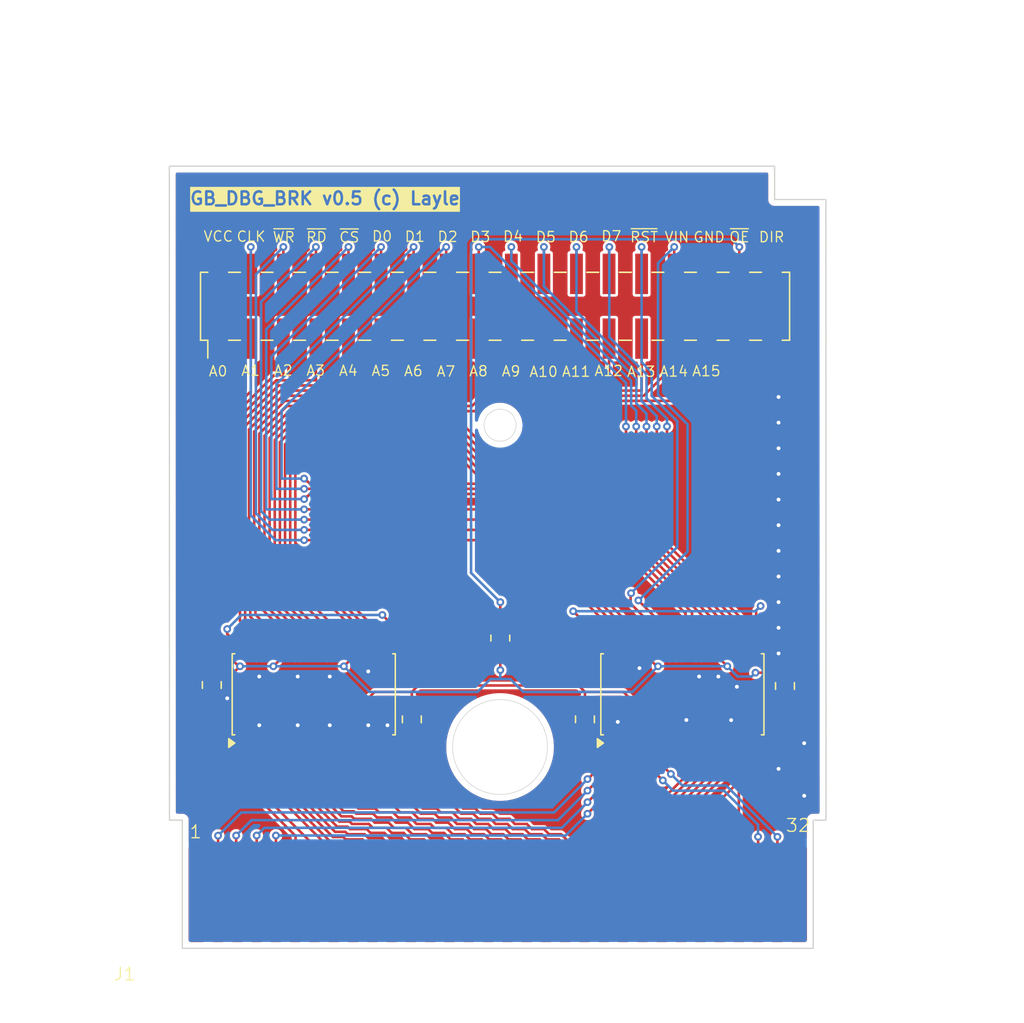
<source format=kicad_pcb>
(kicad_pcb (version 20241229) (generator "pcbnew") (generator_version "9.0")
  (layers (0 "F.Cu" signal) (2 "B.Cu" signal) (13 "F.Paste" user) (15 "B.Paste" user) (5 "F.SilkS" user "F.Silkscreen") (7 "B.SilkS" user "B.Silkscreen") (1 "F.Mask" user) (3 "B.Mask" user) (25 "Edge.Cuts" user))
  (net 0 "")
  (net 1 "/A3")
  (net 2 "/A6")
  (net 3 "/A7")
  (net 4 "/A0")
  (net 5 "/A9")
  (net 6 "/D5")
  (net 7 "/A8")
  (net 8 "/D2")
  (net 9 "/A14")
  (net 10 "/D7")
  (net 11 "/A2")
  (net 12 "/RD")
  (net 13 "/D0")
  (net 14 "/D3")
  (net 15 "/CLK")
  (net 16 "/VIN")
  (net 17 "/A11")
  (net 18 "/CS")
  (net 19 "/A5")
  (net 20 "GND")
  (net 21 "/A4")
  (net 22 "/A1")
  (net 23 "/WR")
  (net 24 "/D4")
  (net 25 "/A13")
  (net 26 "/A15")
  (net 27 "/D6")
  (net 28 "/A12")
  (net 29 "/D1")
  (net 30 "/RST")
  (net 31 "/A10")
  (net 32 "/A1'")
  (net 33 "/D3'")
  (net 34 "/D4'")
  (net 35 "/A2'")
  (net 36 "/D7'")
  (net 37 "/A7'")
  (net 38 "/A9'")
  (net 39 "/A6'")
  (net 40 "/D0'")
  (net 41 "/A10'")
  (net 42 "/A11'")
  (net 43 "/A3'")
  (net 44 "/A0'")
  (net 45 "/CS'")
  (net 46 "/D1'")
  (net 47 "/VIN'")
  (net 48 "+3.3V")
  (net 49 "/A8'")
  (net 50 "/WR'")
  (net 51 "/D6'")
  (net 52 "/A5'")
  (net 53 "/A14'")
  (net 54 "/RST'")
  (net 55 "/A12'")
  (net 56 "/D2'")
  (net 57 "/RD'")
  (net 58 "/CLK'")
  (net 59 "/D5'")
  (net 60 "/A15'")
  (net 61 "/A4'")
  (net 62 "/A13'")
  (net 63 "+5V")
  (net 64 "/OUTPUT_ENABLE")
  (net 65 "/DATA_DIR")
  (footprint "GameBoy:Base PCB" (layer "F.Cu") (at 105.000242 123.499113)
    (property "Reference" "J1")
    (property "Value" "Conn_01x32")
    (fp_line (start 3.5 -12.5) (end 3.489996 -63.5) (stroke (width 0.1)) (layer "Edge.Cuts"))
    (fp_line (start 4.5 -12.5) (end 3.5 -12.5) (stroke (width 0.1)) (layer "Edge.Cuts"))
    (fp_line (start 4.5 -2.5) (end 4.5 -12.5) (stroke (width 0.1)) (layer "Edge.Cuts"))
    (fp_line (start 50.69 -63.5) (end 3.489996 -63.5) (stroke (width 0.1)) (layer "Edge.Cuts"))
    (fp_line (start 50.69 -63.5) (end 50.69 -60.9) (stroke (width 0.1)) (layer "Edge.Cuts"))
    (fp_line (start 50.69 -60.9) (end 54.69 -60.9) (stroke (width 0.1)) (layer "Edge.Cuts"))
    (fp_line (start 53.7 -12.5) (end 54.7 -12.5) (stroke (width 0.1)) (layer "Edge.Cuts"))
    (fp_line (start 53.7 -2.5) (end 4.5 -2.5) (stroke (width 0.1)) (layer "Edge.Cuts"))
    (fp_line (start 53.7 -2.5) (end 53.7 -12.5) (stroke (width 0.1)) (layer "Edge.Cuts"))
    (fp_line (start 54.7 -12.5) (end 54.690201 -60.9) (stroke (width 0.1)) (layer "Edge.Cuts"))
    (fp_circle (center 29.28 -43.3) (end 30.53 -43.3) (stroke (width 0.05)) (fill no) (layer "Edge.Cuts"))
    (fp_circle (center 29.28 -18.2) (end 32.98 -18.2) (stroke (width 0.05)) (fill no) (layer "Edge.Cuts"))
  )
  (footprint "Resistor_SMD:R_0805_2012Metric_Pad1.20x1.40mm_HandSolder" (layer "F.Cu") (at 134.3 96.8 -90)
    (property "Reference" "R1" (hide yes))
    (property "Value" "10K")
  )
  (footprint "Capacitor_SMD:C_0805_2012Metric_Pad1.18x1.45mm_HandSolder" (layer "F.Cu") (at 156.5 100.5375 -90)
    (property "Reference" "C4" (hide yes))
    (property "Value" "0.1uF")
  )
  (footprint "Connector_PinHeader_2.54mm:PinHeader_2x18_P2.54mm_Vertical_SMD" (layer "F.Cu") (at 133.89 70.925 90)
    (property "Reference" "J2" (hide yes))
    (property "Value" "Conn_02x16_Top_Bottom")
  )
  (footprint "Package_SO:TSSOP-48_6.1x12.5mm_P0.5mm" (layer "F.Cu") (at 119.75 101.1875 90)
    (property "Reference" "U1" (hide yes))
    (property "Value" "74ALVC164245")
  )
  (footprint "Capacitor_SMD:C_0805_2012Metric_Pad1.18x1.45mm_HandSolder" (layer "F.Cu") (at 140.9 103.1375 90)
    (property "Reference" "C1" (hide yes))
    (property "Value" "0.1uF")
  )
  (footprint "Capacitor_SMD:C_0805_2012Metric_Pad1.18x1.45mm_HandSolder" (layer "F.Cu") (at 127.4 103.1375 90)
    (property "Reference" "C3" (hide yes))
    (property "Value" "0.1uF")
  )
  (footprint "Capacitor_SMD:C_0805_2012Metric_Pad1.18x1.45mm_HandSolder" (layer "F.Cu") (at 111.8 100.4625 -90)
    (property "Reference" "C2" (hide yes))
    (property "Value" "0.1uF")
  )
  (footprint "Package_SO:TSSOP-48_6.1x12.5mm_P0.5mm" (layer "F.Cu") (at 148.5 101.1875 90)
    (property "Reference" "U2" (hide yes))
    (property "Value" "74ALVC164245")
  )
  (gr_text "A12" (at 141.583809 76.433333 0) (layer "F.SilkS") (effects (font (size 0.8 0.8) (thickness 0.1)) (justify left bottom)))
  (gr_text "A15" (at 149.2 76.446667 0) (layer "F.SilkS") (effects (font (size 0.8 0.8) (thickness 0.1)) (justify left bottom)))
  (gr_text "A1" (at 114.03873 76.413333 0) (layer "F.SilkS") (effects (font (size 0.8 0.8) (thickness 0.1)) (justify left bottom)))
  (gr_text "A8" (at 131.809842 76.453333 0) (layer "F.SilkS") (effects (font (size 0.8 0.8) (thickness 0.1)) (justify left bottom)))
  (gr_text "VCC" (at 111.1 65.945 0) (layer "F.SilkS") (effects (font (size 0.8 0.8) (thickness 0.1)) (justify left bottom)))
  (gr_text "32" (at 156.5 112 0) (layer "F.SilkS") (effects (font (size 1 1) (thickness 0.1)) (justify left bottom)))
  (gr_text "D7" (at 142.112857 65.932778 0) (layer "F.SilkS") (effects (font (size 0.8 0.8) (thickness 0.1)) (justify left bottom)))
  (gr_text "A4" (at 121.654921 76.42 0) (layer "F.SilkS") (effects (font (size 0.8 0.8) (thickness 0.1)) (justify left bottom)))
  (gr_text "A0" (at 111.5 76.46 0) (layer "F.SilkS") (effects (font (size 0.8 0.8) (thickness 0.1)) (justify left bottom)))
  (gr_text "A3" (at 119.116191 76.406667 0) (layer "F.SilkS") (effects (font (size 0.8 0.8) (thickness 0.1)) (justify left bottom)))
  (gr_text "1" (at 110 112.5 0) (layer "F.SilkS") (effects (font (size 1 1) (thickness 0.1)) (justify left bottom)))
  (gr_text "D0" (at 124.233135 65.938889 0) (layer "F.SilkS") (effects (font (size 0.8 0.8) (thickness 0.1)) (justify left bottom)))
  (gr_text "A6" (at 126.732381 76.44 0) (layer "F.SilkS") (effects (font (size 0.8 0.8) (thickness 0.1)) (justify left bottom)))
  (gr_text "A2" (at 116.57746 76.4 0) (layer "F.SilkS") (effects (font (size 0.8 0.8) (thickness 0.1)) (justify left bottom)))
  (gr_text "A14" (at 146.66127 76.473333 0) (layer "F.SilkS") (effects (font (size 0.8 0.8) (thickness 0.1)) (justify left bottom)))
  (gr_text "~{RST}" (at 144.362341 66 0) (layer "F.SilkS") (effects (font (size 0.8 0.8) (thickness 0.1)) (justify left bottom)))
  (gr_text "A7" (at 129.271111 76.48 0) (layer "F.SilkS") (effects (font (size 0.8 0.8) (thickness 0.1)) (justify left bottom)))
  (gr_text "~{WR}" (at 116.494206 66.006111 0) (layer "F.SilkS") (effects (font (size 0.8 0.8) (thickness 0.1)) (justify left bottom)))
  (gr_text "A10" (at 136.506349 76.5 0) (layer "F.SilkS") (effects (font (size 0.8 0.8) (thickness 0.1)) (justify left bottom)))
  (gr_text "A5" (at 124.193651 76.426667 0) (layer "F.SilkS") (effects (font (size 0.8 0.8) (thickness 0.1)) (justify left bottom)))
  (gr_text "A9" (at 134.348572 76.466667 0) (layer "F.SilkS") (effects (font (size 0.8 0.8) (thickness 0.1)) (justify left bottom)))
  (gr_text "D1" (at 126.787381 65.963333 0) (layer "F.SilkS") (effects (font (size 0.8 0.8) (thickness 0.1)) (justify left bottom)))
  (gr_text "D4" (at 134.450119 65.951111 0) (layer "F.SilkS") (effects (font (size 0.8 0.8) (thickness 0.1)) (justify left bottom)))
  (gr_text "D3" (at 131.895873 65.981667 0) (layer "F.SilkS") (effects (font (size 0.8 0.8) (thickness 0.1)) (justify left bottom)))
  (gr_text "CLK" (at 113.673294 65.957222 0) (layer "F.SilkS") (effects (font (size 0.8 0.8) (thickness 0.1)) (justify left bottom)))
  (gr_text "~{OE}" (at 152.1 66 0) (layer "F.SilkS") (effects (font (size 0.8 0.8) (thickness 0.1)) (justify left bottom)))
  (gr_text "DIR" (at 154.4 66 0) (layer "F.SilkS") (effects (font (size 0.8 0.8) (thickness 0.1)) (justify left bottom)))
  (gr_text "A11" (at 139.045079 76.486667 0) (layer "F.SilkS") (effects (font (size 0.8 0.8) (thickness 0.1)) (justify left bottom)))
  (gr_text "~{RD}" (at 119.105595 66.012222 0) (layer "F.SilkS") (effects (font (size 0.8 0.8) (thickness 0.1)) (justify left bottom)))
  (gr_text "GB_DBG_BRK v0.5 (c) Layle" (at 110 63.1 0) (layer "F.SilkS" knockout) (effects (font (size 1 1) (thickness 0.2) (bold yes)) (justify left bottom)))
  (gr_text "D6" (at 139.558611 65.987778 0) (layer "F.SilkS") (effects (font (size 0.8 0.8) (thickness 0.1)) (justify left bottom)))
  (gr_text "A13" (at 144.12254 76.493333 0) (layer "F.SilkS") (effects (font (size 0.8 0.8) (thickness 0.1)) (justify left bottom)))
  (gr_text "D2" (at 129.341627 65.975555 0) (layer "F.SilkS") (effects (font (size 0.8 0.8) (thickness 0.1)) (justify left bottom)))
  (gr_text "D5" (at 137.004365 65.993889 0) (layer "F.SilkS") (effects (font (size 0.8 0.8) (thickness 0.1)) (justify left bottom)))
  (gr_text "VIN" (at 147.049921 66 0) (layer "F.SilkS") (effects (font (size 0.8 0.8) (thickness 0.1)) (justify left bottom)))
  (gr_text "~{CS}" (at 121.678889 66.018333 0) (layer "F.SilkS") (effects (font (size 0.8 0.8) (thickness 0.1)) (justify left bottom)))
  (gr_text "GND" (at 149.3 66.000569 0) (layer "F.SilkS") (effects (font (size 0.8 0.8) (thickness 0.1)) (justify left bottom)))
  (segment (start 121.080213 112.713113) (end 116.5 108.1329) (width 0.2) (layer "F.Cu") (net 1))
  (segment (start 122.845887 113.676338) (end 121.882662 112.713113) (width 0.2) (layer "F.Cu") (net 1))
  (segment (start 122.845887 116.764113) (end 122.845887 113.676338) (width 0.2) (layer "F.Cu") (net 1))
  (segment (start 116.5 108.1329) (end 116.5 104.9) (width 0.2) (layer "F.Cu") (net 1))
  (segment (start 121.882662 112.713113) (end 121.080213 112.713113) (width 0.2) (layer "F.Cu") (net 1))
  (segment (start 122.818645 116.765) (end 122.818645 113.677225) (width 0.2) (layer "F.Cu") (net 1))
  (segment (start 125.6671 112.4) (end 125.2621 111.995) (width 0.2) (layer "F.Cu") (net 2))
  (segment (start 126.6 112.4) (end 125.6671 112.4) (width 0.2) (layer "F.Cu") (net 2))
  (segment (start 127.358468 113.158468) (end 126.6 112.4) (width 0.2) (layer "F.Cu") (net 2))
  (segment (start 124.177874 111.995) (end 123.880874 111.698) (width 0.2) (layer "F.Cu") (net 2))
  (segment (start 121.578513 111.510113) (end 119 108.9316) (width 0.2) (layer "F.Cu") (net 2))
  (segment (start 119 108.9316) (end 119 104.9) (width 0.2) (layer "F.Cu") (net 2))
  (segment (start 122.380962 111.510113) (end 121.578513 111.510113) (width 0.2) (layer "F.Cu") (net 2))
  (segment (start 122.568849 111.698) (end 122.380962 111.510113) (width 0.2) (layer "F.Cu") (net 2))
  (segment (start 125.2621 111.995) (end 124.177874 111.995) (width 0.2) (layer "F.Cu") (net 2))
  (segment (start 127.358468 116.764113) (end 127.358468 113.158468) (width 0.2) (layer "F.Cu") (net 2))
  (segment (start 123.880874 111.698) (end 122.568849 111.698) (width 0.2) (layer "F.Cu") (net 2))
  (segment (start 119.5 108.8645) (end 119.5 104.9) (width 0.2) (layer "F.Cu") (net 3))
  (segment (start 127.2671 112.5) (end 126.7661 111.999) (width 0.2) (layer "F.Cu") (net 3))
  (segment (start 125.4282 111.594) (end 124.343974 111.594) (width 0.2) (layer "F.Cu") (net 3))
  (segment (start 124.046974 111.297) (end 122.734949 111.297) (width 0.2) (layer "F.Cu") (net 3))
  (segment (start 124.343974 111.594) (end 124.046974 111.297) (width 0.2) (layer "F.Cu") (net 3))
  (segment (start 122.547062 111.109113) (end 121.744613 111.109113) (width 0.2) (layer "F.Cu") (net 3))
  (segment (start 128.862662 116.764113) (end 128.862662 113.014114) (width 0.2) (layer "F.Cu") (net 3))
  (segment (start 128.348548 112.5) (end 127.2671 112.5) (width 0.2) (layer "F.Cu") (net 3))
  (segment (start 121.744613 111.109113) (end 119.5 108.8645) (width 0.2) (layer "F.Cu") (net 3))
  (segment (start 122.734949 111.297) (end 122.547062 111.109113) (width 0.2) (layer "F.Cu") (net 3))
  (segment (start 125.8332 111.999) (end 125.4282 111.594) (width 0.2) (layer "F.Cu") (net 3))
  (segment (start 128.862662 113.014114) (end 128.348548 112.5) (width 0.2) (layer "F.Cu") (net 3))
  (segment (start 126.7661 111.999) (end 125.8332 111.999) (width 0.2) (layer "F.Cu") (net 3))
  (segment (start 118.333307 112.233307) (end 114.5 108.4) (width 0.2) (layer "F.Cu") (net 4))
  (segment (start 118.333307 116.764113) (end 118.333307 112.233307) (width 0.2) (layer "F.Cu") (net 4))
  (segment (start 114.5 108.4) (end 114.5 104.9) (width 0.2) (layer "F.Cu") (net 4))
  (segment (start 131.871049 113.014114) (end 131.356935 112.5) (width 0.2) (layer "F.Cu") (net 5))
  (segment (start 131.356935 112.5) (end 130.419841 112.5) (width 0.2) (layer "F.Cu") (net 5))
  (segment (start 127.0983 111.197) (end 126.1654 111.197) (width 0.2) (layer "F.Cu") (net 5))
  (segment (start 124.676174 110.792) (end 124.379174 110.495) (width 0.2) (layer "F.Cu") (net 5))
  (segment (start 125.7604 110.792) (end 124.676174 110.792) (width 0.2) (layer "F.Cu") (net 5))
  (segment (start 128.680748 111.698) (end 127.5993 111.698) (width 0.2) (layer "F.Cu") (net 5))
  (segment (start 122.879262 110.307113) (end 122.076813 110.307113) (width 0.2) (layer "F.Cu") (net 5))
  (segment (start 120.5 108.7303) (end 120.5 104.9) (width 0.2) (layer "F.Cu") (net 5))
  (segment (start 122.076813 110.307113) (end 120.5 108.7303) (width 0.2) (layer "F.Cu") (net 5))
  (segment (start 128.981748 111.999) (end 128.680748 111.698) (width 0.2) (layer "F.Cu") (net 5))
  (segment (start 129.918841 111.999) (end 128.981748 111.999) (width 0.2) (layer "F.Cu") (net 5))
  (segment (start 131.871049 116.764113) (end 131.871049 113.014114) (width 0.2) (layer "F.Cu") (net 5))
  (segment (start 130.419841 112.5) (end 129.918841 111.999) (width 0.2) (layer "F.Cu") (net 5))
  (segment (start 124.379174 110.495) (end 123.067149 110.495) (width 0.2) (layer "F.Cu") (net 5))
  (segment (start 127.5993 111.698) (end 127.0983 111.197) (width 0.2) (layer "F.Cu") (net 5))
  (segment (start 123.067149 110.495) (end 122.879262 110.307113) (width 0.2) (layer "F.Cu") (net 5))
  (segment (start 126.1654 111.197) (end 125.7604 110.792) (width 0.2) (layer "F.Cu") (net 5))
  (segment (start 149.894129 116.765) (end 149.894129 109.405871) (width 0.2) (layer "F.Cu") (net 6))
  (segment (start 149.894129 109.405871) (end 152.25 107.05) (width 0.2) (layer "F.Cu") (net 6))
  (segment (start 152.25 107.05) (end 152.25 104.9) (width 0.2) (layer "F.Cu") (net 6))
  (segment (start 120 108.7974) (end 120 104.9) (width 0.2) (layer "F.Cu") (net 7))
  (segment (start 124.213074 110.896) (end 122.901049 110.896) (width 0.2) (layer "F.Cu") (net 7))
  (segment (start 128.815648 112.4) (end 128.514648 112.099) (width 0.2) (layer "F.Cu") (net 7))
  (segment (start 129.752741 112.4) (end 128.815648 112.4) (width 0.2) (layer "F.Cu") (net 7))
  (segment (start 122.901049 110.896) (end 122.713162 110.708113) (width 0.2) (layer "F.Cu") (net 7))
  (segment (start 122.713162 110.708113) (end 121.910713 110.708113) (width 0.2) (layer "F.Cu") (net 7))
  (segment (start 130.366855 116.764113) (end 130.366855 113.014114) (width 0.2) (layer "F.Cu") (net 7))
  (segment (start 127.4332 112.099) (end 126.9322 111.598) (width 0.2) (layer "F.Cu") (net 7))
  (segment (start 130.366855 113.014114) (end 129.752741 112.4) (width 0.2) (layer "F.Cu") (net 7))
  (segment (start 121.910713 110.708113) (end 120 108.7974) (width 0.2) (layer "F.Cu") (net 7))
  (segment (start 125.5943 111.193) (end 124.510074 111.193) (width 0.2) (layer "F.Cu") (net 7))
  (segment (start 125.9993 111.598) (end 125.5943 111.193) (width 0.2) (layer "F.Cu") (net 7))
  (segment (start 126.9322 111.598) (end 125.9993 111.598) (width 0.2) (layer "F.Cu") (net 7))
  (segment (start 124.510074 111.193) (end 124.213074 110.896) (width 0.2) (layer "F.Cu") (net 7))
  (segment (start 128.514648 112.099) (end 127.4332 112.099) (width 0.2) (layer "F.Cu") (net 7))
  (segment (start 145.381549 116.765) (end 145.381549 112.118451) (width 0.2) (layer "F.Cu") (net 8))
  (segment (start 150.25 107.25) (end 150.25 104.9) (width 0.2) (layer "F.Cu") (net 8))
  (segment (start 145.381549 112.118451) (end 150.25 107.25) (width 0.2) (layer "F.Cu") (net 8))
  (segment (start 133.926528 111.297) (end 133.525528 110.896) (width 0.2) (layer "F.Cu") (net 9))
  (segment (start 125.506674 108.787) (end 125.209674 108.49) (width 0.2) (layer "F.Cu") (net 9))
  (segment (start 126.9959 109.192) (end 126.5909 108.787) (width 0.2) (layer "F.Cu") (net 9))
  (segment (start 138.877902 112.5) (end 137.940809 112.5) (width 0.2) (layer "F.Cu") (net 9))
  (segment (start 133.525528 110.896) (end 132.588435 110.896) (width 0.2) (layer "F.Cu") (net 9))
  (segment (start 136.602715 112.099) (end 136.201715 111.698) (width 0.2) (layer "F.Cu") (net 9))
  (segment (start 126.5909 108.787) (end 125.506674 108.787) (width 0.2) (layer "F.Cu") (net 9))
  (segment (start 135.264622 111.698) (end 134.863622 111.297) (width 0.2) (layer "F.Cu") (net 9))
  (segment (start 139.392016 113.014114) (end 138.877902 112.5) (width 0.2) (layer "F.Cu") (net 9))
  (segment (start 131.250341 110.495) (end 130.749341 109.994) (width 0.2) (layer "F.Cu") (net 9))
  (segment (start 129.812248 109.994) (end 129.511248 109.693) (width 0.2) (layer "F.Cu") (net 9))
  (segment (start 132.187435 110.495) (end 131.250341 110.495) (width 0.2) (layer "F.Cu") (net 9))
  (segment (start 132.588435 110.896) (end 132.187435 110.495) (width 0.2) (layer "F.Cu") (net 9))
  (segment (start 124.5 108.49) (end 124.5 104.9) (width 0.2) (layer "F.Cu") (net 9))
  (segment (start 139.392016 116.764113) (end 139.392016 113.014114) (width 0.2) (layer "F.Cu") (net 9))
  (segment (start 127.9288 109.192) (end 126.9959 109.192) (width 0.2) (layer "F.Cu") (net 9))
  (segment (start 137.940809 112.5) (end 137.539809 112.099) (width 0.2) (layer "F.Cu") (net 9))
  (segment (start 136.201715 111.698) (end 135.264622 111.698) (width 0.2) (layer "F.Cu") (net 9))
  (segment (start 137.539809 112.099) (end 136.602715 112.099) (width 0.2) (layer "F.Cu") (net 9))
  (segment (start 130.749341 109.994) (end 129.812248 109.994) (width 0.2) (layer "F.Cu") (net 9))
  (segment (start 125.209674 108.49) (end 124.5 108.49) (width 0.2) (layer "F.Cu") (net 9))
  (segment (start 128.4298 109.693) (end 127.9288 109.192) (width 0.2) (layer "F.Cu") (net 9))
  (segment (start 134.863622 111.297) (end 133.926528 111.297) (width 0.2) (layer "F.Cu") (net 9))
  (segment (start 129.511248 109.693) (end 128.4298 109.693) (width 0.2) (layer "F.Cu") (net 9))
  (segment (start 152.902516 108.562907) (end 153.75 107.715423) (width 0.2) (layer "F.Cu") (net 10))
  (segment (start 153.75 107.715423) (end 153.75 104.9) (width 0.2) (layer "F.Cu") (net 10))
  (segment (start 152.902516 116.765) (end 152.902516 108.562907) (width 0.2) (layer "F.Cu") (net 10))
  (segment (start 121.341694 116.764113) (end 121.341694 113.541694) (width 0.2) (layer "F.Cu") (net 11))
  (segment (start 121.341694 113.541694) (end 116 108.2) (width 0.2) (layer "F.Cu") (net 11))
  (segment (start 116 108.2) (end 116 104.9) (width 0.2) (layer "F.Cu") (net 11))
  (segment (start 115.3 116.771516) (end 115.3 112.2) (width 0.2) (layer "F.Cu") (net 12))
  (segment (start 144.75 105.95) (end 141.1 109.6) (width 0.2) (layer "F.Cu") (net 12))
  (segment (start 144.75 104.9) (end 144.75 105.95) (width 0.2) (layer "F.Cu") (net 12))
  (via (at 141.1 109.6) (size 0.6) (drill 0.3) (layers "F.Cu" "B.Cu") (net 12))
  (via (at 115.3 112.2) (size 0.6) (drill 0.3) (layers "F.Cu" "B.Cu") (net 12))
  (segment (start 139.1 111.6) (end 141.1 109.6) (width 0.2) (layer "B.Cu") (net 12))
  (segment (start 115.3 112.2) (end 115.9 111.6) (width 0.2) (layer "B.Cu") (net 12))
  (segment (start 115.9 111.6) (end 139.1 111.6) (width 0.2) (layer "B.Cu") (net 12))
  (segment (start 143.625256 112.7) (end 148.75 107.575256) (width 0.2) (layer "F.Cu") (net 13))
  (segment (start 142.373162 116.765) (end 142.373162 113.015001) (width 0.2) (layer "F.Cu") (net 13))
  (segment (start 142.688163 112.7) (end 143.625256 112.7) (width 0.2) (layer "F.Cu") (net 13))
  (segment (start 142.373162 113.015001) (end 142.688163 112.7) (width 0.2) (layer "F.Cu") (net 13))
  (segment (start 148.75 107.575256) (end 148.75 104.9) (width 0.2) (layer "F.Cu") (net 13))
  (segment (start 146.885742 111.214258) (end 150.75 107.35) (width 0.2) (layer "F.Cu") (net 14))
  (segment (start 150.75 107.35) (end 150.75 104.9) (width 0.2) (layer "F.Cu") (net 14))
  (segment (start 146.885742 116.765) (end 146.885742 111.214258) (width 0.2) (layer "F.Cu") (net 14))
  (segment (start 112.289291 116.765) (end 112.289291 112.210709) (width 0.2) (layer "F.Cu") (net 15))
  (segment (start 143.25 105.669476) (end 143.25 104.9) (width 0.2) (layer "F.Cu") (net 15))
  (segment (start 141.121324 107.8) (end 142.521324 106.4) (width 0.2) (layer "F.Cu") (net 15))
  (segment (start 141.1 107.8) (end 141.121324 107.8) (width 0.2) (layer "F.Cu") (net 15))
  (segment (start 142.521324 106.4) (end 142.521324 106.398152) (width 0.2) (layer "F.Cu") (net 15))
  (segment (start 142.521324 106.398152) (end 143.25 105.669476) (width 0.2) (layer "F.Cu") (net 15))
  (via (at 141.1 107.8) (size 0.6) (drill 0.3) (layers "F.Cu" "B.Cu") (net 15))
  (via (at 112.289291 112.210709) (size 0.6) (drill 0.3) (layers "F.Cu" "B.Cu") (net 15))
  (segment (start 114.1 110.4) (end 138.5 110.4) (width 0.2) (layer "B.Cu") (net 15))
  (segment (start 138.5 110.4) (end 141.1 107.8) (width 0.2) (layer "B.Cu") (net 15))
  (segment (start 112.289291 112.210709) (end 114.1 110.4) (width 0.2) (layer "B.Cu") (net 15))
  (segment (start 146.75 106.55) (end 146.75 104.9) (width 0.2) (layer "F.Cu") (net 16))
  (segment (start 155.910903 116.765) (end 155.910903 112.3) (width 0.2) (layer "F.Cu") (net 16))
  (segment (start 147.6 107.4) (end 146.75 106.55) (width 0.2) (layer "F.Cu") (net 16))
  (via (at 147.6 107.4) (size 0.6) (drill 0.3) (layers "F.Cu" "B.Cu") (net 16))
  (via (at 155.910903 112.3) (size 0.6) (drill 0.3) (layers "F.Cu" "B.Cu") (net 16))
  (segment (start 151.910903 108.3) (end 155.910903 112.3) (width 0.2) (layer "B.Cu") (net 16))
  (segment (start 147.6 107.4) (end 148.5 108.3) (width 0.2) (layer "B.Cu") (net 16))
  (segment (start 148.5 108.3) (end 151.910903 108.3) (width 0.2) (layer "B.Cu") (net 16))
  (segment (start 127.9315 110.896) (end 127.4305 110.395) (width 0.2) (layer "F.Cu") (net 17))
  (segment (start 130.251041 111.197) (end 129.313948 111.197) (width 0.2) (layer "F.Cu") (net 17))
  (segment (start 127.4305 110.395) (end 126.4976 110.395) (width 0.2) (layer "F.Cu") (net 17))
  (segment (start 134.879436 116.764113) (end 134.879436 113.014114) (width 0.2) (layer "F.Cu") (net 17))
  (segment (start 134.879436 113.014114) (end 134.365322 112.5) (width 0.2) (layer "F.Cu") (net 17))
  (segment (start 132.090135 112.099) (end 131.689135 111.698) (width 0.2) (layer "F.Cu") (net 17))
  (segment (start 129.313948 111.197) (end 129.012948 110.896) (width 0.2) (layer "F.Cu") (net 17))
  (segment (start 134.365322 112.5) (end 133.428228 112.5) (width 0.2) (layer "F.Cu") (net 17))
  (segment (start 122.409013 109.505113) (end 122 109.0961) (width 0.2) (layer "F.Cu") (net 17))
  (segment (start 123.211462 109.505113) (end 122.409013 109.505113) (width 0.2) (layer "F.Cu") (net 17))
  (segment (start 124.711374 109.693) (end 123.399349 109.693) (width 0.2) (layer "F.Cu") (net 17))
  (segment (start 130.752041 111.698) (end 130.251041 111.197) (width 0.2) (layer "F.Cu") (net 17))
  (segment (start 126.0926 109.99) (end 125.008374 109.99) (width 0.2) (layer "F.Cu") (net 17))
  (segment (start 133.027228 112.099) (end 132.090135 112.099) (width 0.2) (layer "F.Cu") (net 17))
  (segment (start 126.4976 110.395) (end 126.0926 109.99) (width 0.2) (layer "F.Cu") (net 17))
  (segment (start 133.428228 112.5) (end 133.027228 112.099) (width 0.2) (layer "F.Cu") (net 17))
  (segment (start 131.689135 111.698) (end 130.752041 111.698) (width 0.2) (layer "F.Cu") (net 17))
  (segment (start 129.012948 110.896) (end 127.9315 110.896) (width 0.2) (layer "F.Cu") (net 17))
  (segment (start 125.008374 109.99) (end 124.711374 109.693) (width 0.2) (layer "F.Cu") (net 17))
  (segment (start 122 109.0961) (end 122 104.9) (width 0.2) (layer "F.Cu") (net 17))
  (segment (start 123.399349 109.693) (end 123.211462 109.505113) (width 0.2) (layer "F.Cu") (net 17))
  (segment (start 141.1 110.5) (end 145.25 106.35) (width 0.2) (layer "F.Cu") (net 18))
  (segment (start 116.8 116.671516) (end 116.8 112.2) (width 0.2) (layer "F.Cu") (net 18))
  (segment (start 145.25 106.35) (end 145.25 104.9) (width 0.2) (layer "F.Cu") (net 18))
  (via (at 141.1 110.5) (size 0.6) (drill 0.3) (layers "F.Cu" "B.Cu") (net 18))
  (via (at 116.8 112.2) (size 0.6) (drill 0.3) (layers "F.Cu" "B.Cu") (net 18))
  (segment (start 116.8 112.2) (end 139.4 112.2) (width 0.2) (layer "B.Cu") (net 18))
  (segment (start 139.4 112.2) (end 141.1 110.5) (width 0.2) (layer "B.Cu") (net 18))
  (segment (start 125.854274 113.154274) (end 125.096 112.396) (width 0.2) (layer "F.Cu") (net 19))
  (segment (start 124.011774 112.396) (end 123.714774 112.099) (width 0.2) (layer "F.Cu") (net 19))
  (segment (start 118 108.4987) (end 118 104.9) (width 0.2) (layer "F.Cu") (net 19))
  (segment (start 122.402749 112.099) (end 122.214862 111.911113) (width 0.2) (layer "F.Cu") (net 19))
  (segment (start 121.412413 111.911113) (end 118 108.4987) (width 0.2) (layer "F.Cu") (net 19))
  (segment (start 125.096 112.396) (end 124.011774 112.396) (width 0.2) (layer "F.Cu") (net 19))
  (segment (start 125.854274 116.764113) (end 125.854274 113.154274) (width 0.2) (layer "F.Cu") (net 19))
  (segment (start 122.214862 111.911113) (end 121.412413 111.911113) (width 0.2) (layer "F.Cu") (net 19))
  (segment (start 123.714774 112.099) (end 122.402749 112.099) (width 0.2) (layer "F.Cu") (net 19))
  (segment (start 124 104.9) (end 124 103.6) (width 0.2) (layer "F.Cu") (net 20))
  (segment (start 125.5 104.9) (end 125.5 103.6) (width 0.2) (layer "F.Cu") (net 20))
  (segment (start 118.5 104.9) (end 118.5 103.6) (width 0.2) (layer "F.Cu") (net 20))
  (segment (start 118.5 99.8) (end 118.5 97.475) (width 0.2) (layer "F.Cu") (net 20))
  (segment (start 143.460662 103.339338) (end 144.25 104.128676) (width 0.2) (layer "F.Cu") (net 20))
  (segment (start 127.4 104.175) (end 126.075 104.175) (width 0.2) (layer "F.Cu") (net 20))
  (segment (start 149.803676 99.8) (end 148.25 98.246324) (width 0.2) (layer "F.Cu") (net 20))
  (segment (start 148.25 98.246324) (end 148.25 97.475) (width 0.2) (layer "F.Cu") (net 20))
  (segment (start 152.75 103.65) (end 152.75 104.9) (width 0.2) (layer "F.Cu") (net 20))
  (segment (start 124 99.4) (end 124 97.475) (width 0.2) (layer "F.Cu") (net 20))
  (segment (start 148.25 97.475) (end 147.25 97.475) (width 0.2) (layer "F.Cu") (net 20))
  (segment (start 149.75 104.128676) (end 148.810662 103.189338) (width 0.2) (layer "F.Cu") (net 20))
  (segment (start 144.25 98.246324) (end 144.25 97.475) (width 0.2) (layer "F.Cu") (net 20))
  (segment (start 142.75 104.05) (end 143.460662 103.339338) (width 0.2) (layer "F.Cu") (net 20))
  (segment (start 152.75 100.6) (end 152.75 97.475) (width 0.2) (layer "F.Cu") (net 20))
  (segment (start 149.75 104.9) (end 149.75 104.128676) (width 0.2) (layer "F.Cu") (net 20))
  (segment (start 147.75 104.25) (end 147.75 104.9) (width 0.2) (layer "F.Cu") (net 20))
  (segment (start 115.5 99.8) (end 115.5 97.475) (width 0.2) (layer "F.Cu") (net 20))
  (segment (start 152.3 103.2) (end 152.75 103.65) (width 0.2) (layer "F.Cu") (net 20))
  (segment (start 147.25 104.9) (end 148.25 104.9) (width 0.2) (layer "F.Cu") (net 20))
  (segment (start 145.151838 99.148162) (end 144.25 98.246324) (width 0.2) (layer "F.Cu") (net 20))
  (segment (start 121 99.8) (end 121 97.475) (width 0.2) (layer "F.Cu") (net 20))
  (segment (start 152.75 104.9) (end 152.8 104.9) (width 0.2) (layer "F.Cu") (net 20))
  (segment (start 121 104.9) (end 121 103.6) (width 0.2) (layer "F.Cu") (net 20))
  (segment (start 111.8 101.5) (end 113 101.5) (width 0.2) (layer "F.Cu") (net 20))
  (segment (start 142.625 104.175) (end 142.75 104.05) (width 0.2) (layer "F.Cu") (net 20))
  (segment (start 140.9 104.175) (end 142.625 104.175) (width 0.2) (layer "F.Cu") (net 20))
  (segment (start 142.75 104.9) (end 142.75 104.05) (width 0.2) (layer "F.Cu") (net 20))
  (segment (start 144.25 104.128676) (end 144.25 104.9) (width 0.2) (layer "F.Cu") (net 20))
  (segment (start 126.075 104.175) (end 125.5 103.6) (width 0.2) (layer "F.Cu") (net 20))
  (segment (start 149.75 98.246324) (end 149.75 97.475) (width 0.2) (layer "F.Cu") (net 20))
  (segment (start 151.303676 99.8) (end 149.75 98.246324) (width 0.2) (layer "F.Cu") (net 20))
  (segment (start 115.5 104.9) (end 115.5 103.6) (width 0.2) (layer "F.Cu") (net 20))
  (segment (start 148.810662 103.189338) (end 147.75 104.25) (width 0.2) (layer "F.Cu") (net 20))
  (via (at 156 90) (size 0.6) (drill 0.3) (layers "F.Cu" "B.Cu") (net 20))
  (via (at 151.303676 99.8) (size 0.6) (drill 0.3) (layers "F.Cu" "B.Cu") (net 20))
  (via (at 156 84) (size 0.6) (drill 0.3) (layers "F.Cu" "B.Cu") (net 20))
  (via (at 156 92) (size 0.6) (drill 0.3) (layers "F.Cu" "B.Cu") (net 20))
  (via (at 156 94) (size 0.6) (drill 0.3) (layers "F.Cu" "B.Cu") (net 20))
  (via (at 124 99.4) (size 0.6) (drill 0.3) (layers "F.Cu" "B.Cu") (net 20))
  (via (at 156 107) (size 0.6) (drill 0.3) (layers "F.Cu" "B.Cu") (net 20))
  (via (at 156 96) (size 0.6) (drill 0.3) (layers "F.Cu" "B.Cu") (net 20))
  (via (at 156 88) (size 0.6) (drill 0.3) (layers "F.Cu" "B.Cu") (net 20))
  (via (at 115.5 103.6) (size 0.6) (drill 0.3) (layers "F.Cu" "B.Cu") (net 20))
  (via (at 158 105) (size 0.6) (drill 0.3) (layers "F.Cu" "B.Cu") (net 20))
  (via (at 152.3 103.2) (size 0.6) (drill 0.3) (layers "F.Cu" "B.Cu") (net 20))
  (via (at 118.5 103.6) (size 0.6) (drill 0.3) (layers "F.Cu" "B.Cu") (net 20))
  (via (at 149.803676 99.8) (size 0.6) (drill 0.3) (layers "F.Cu" "B.Cu") (net 20))
  (via (at 156 80) (size 0.6) (drill 0.3) (layers "F.Cu" "B.Cu") (net 20))
  (via (at 158 109.1) (size 0.6) (drill 0.3) (layers "F.Cu" "B.Cu") (net 20))
  (via (at 143.460662 103.339338) (size 0.6) (drill 0.3) (layers "F.Cu" "B.Cu") (net 20))
  (via (at 121 99.8) (size 0.6) (drill 0.3) (layers "F.Cu" "B.Cu") (net 20))
  (via (at 115.5 99.8) (size 0.6) (drill 0.3) (layers "F.Cu" "B.Cu") (net 20))
  (via (at 156 86) (size 0.6) (drill 0.3) (layers "F.Cu" "B.Cu") (net 20))
  (via (at 156 82) (size 0.6) (drill 0.3) (layers "F.Cu" "B.Cu") (net 20))
  (via (at 125.5 103.6) (size 0.6) (drill 0.3) (layers "F.Cu" "B.Cu") (net 20))
  (via (at 156 78) (size 0.6) (drill 0.3) (layers "F.Cu" "B.Cu") (net 20))
  (via (at 124 103.6) (size 0.6) (drill 0.3) (layers "F.Cu" "B.Cu") (net 20))
  (via (at 152.75 100.6) (size 0.6) (drill 0.3) (layers "F.Cu" "B.Cu") (net 20))
  (via (at 156 98) (size 0.6) (drill 0.3) (layers "F.Cu" "B.Cu") (net 20))
  (via (at 148.810662 103.189338) (size 0.6) (drill 0.3) (layers "F.Cu" "B.Cu") (net 20))
  (via (at 145.151838 99.148162) (size 0.6) (drill 0.3) (layers "F.Cu" "B.Cu") (net 20))
  (via (at 118.5 99.8) (size 0.6) (drill 0.3) (layers "F.Cu" "B.Cu") (net 20))
  (via (at 113 101.5) (size 0.6) (drill 0.3) (layers "F.Cu" "B.Cu") (net 20))
  (via (at 121 103.6) (size 0.6) (drill 0.3) (layers "F.Cu" "B.Cu") (net 20))
  (segment (start 152.3 103.2) (end 152.289338 103.189338) (width 0.2) (layer "B.Cu") (net 20))
  (segment (start 143.610662 103.189338) (end 143.460662 103.339338) (width 0.2) (layer "B.Cu") (net 20))
  (segment (start 136.801 109.999) (end 143.460662 103.339338) (width 0.2) (layer "B.Cu") (net 20))
  (segment (start 131.899 109.999) (end 136.801 109.999) (width 0.2) (layer "B.Cu") (net 20))
  (segment (start 122.048762 112.312113) (end 121.246313 112.312113) (width 0.2) (layer "F.Cu") (net 21))
  (segment (start 124.350081 113.301407) (end 123.548674 112.5) (width 0.2) (layer "F.Cu") (net 21))
  (segment (start 121.246313 112.312113) (end 117.5 108.5658) (width 0.2) (layer "F.Cu") (net 21))
  (segment (start 123.548674 112.5) (end 122.236649 112.5) (width 0.2) (layer "F.Cu") (net 21))
  (segment (start 117.5 108.5658) (end 117.5 104.9) (width 0.2) (layer "F.Cu") (net 21))
  (segment (start 122.236649 112.5) (end 122.048762 112.312113) (width 0.2) (layer "F.Cu") (net 21))
  (segment (start 124.350081 116.764113) (end 124.350081 113.301407) (width 0.2) (layer "F.Cu") (net 21))
  (segment (start 119.8375 116.764113) (end 119.8375 113.0375) (width 0.2) (layer "F.Cu") (net 22))
  (segment (start 119.8375 113.0375) (end 115 108.2) (width 0.2) (layer "F.Cu") (net 22))
  (segment (start 115 108.2) (end 115 104.9) (width 0.2) (layer "F.Cu") (net 22))
  (segment (start 113.7 116.671516) (end 113.7 112.2) (width 0.2) (layer "F.Cu") (net 23))
  (segment (start 143.75 106.05) (end 143.75 104.9) (width 0.2) (layer "F.Cu") (net 23))
  (segment (start 141.1 108.7) (end 143.75 106.05) (width 0.2) (layer "F.Cu") (net 23))
  (segment (start 113.793484 116.765) (end 113.7 116.671516) (width 0.2) (layer "F.Cu") (net 23))
  (via (at 141.1 108.7) (size 0.6) (drill 0.3) (layers "F.Cu" "B.Cu") (net 23))
  (via (at 113.7 112.2) (size 0.6) (drill 0.3) (layers "F.Cu" "B.Cu") (net 23))
  (segment (start 113.7 112.2) (end 114.9 111) (width 0.2) (layer "B.Cu") (net 23))
  (segment (start 138.8 111) (end 141.1 108.7) (width 0.2) (layer "B.Cu") (net 23))
  (segment (start 114.9 111) (end 138.8 111) (width 0.2) (layer "B.Cu") (net 23))
  (segment (start 148.389936 116.765) (end 148.389936 110.310064) (width 0.2) (layer "F.Cu") (net 24))
  (segment (start 148.389936 110.310064) (end 151.75 106.95) (width 0.2) (layer "F.Cu") (net 24))
  (segment (start 151.75 106.95) (end 151.75 104.9) (width 0.2) (layer "F.Cu") (net 24))
  (segment (start 123.731549 108.891) (end 123.5 108.659451) (width 0.2) (layer "F.Cu") (net 25))
  (segment (start 131.084241 110.896) (end 130.583241 110.395) (width 0.2) (layer "F.Cu") (net 25))
  (segment (start 127.7627 109.593) (end 126.8298 109.593) (width 0.2) (layer "F.Cu") (net 25))
  (segment (start 133.760428 111.698) (end 133.359428 111.297) (width 0.2) (layer "F.Cu") (net 25))
  (segment (start 123.5 108.659451) (end 123.5 104.9) (width 0.2) (layer "F.Cu") (net 25))
  (segment (start 136.035615 112.099) (end 135.098522 112.099) (width 0.2) (layer "F.Cu") (net 25))
  (segment (start 125.340574 109.188) (end 125.043574 108.891) (width 0.2) (layer "F.Cu") (net 25))
  (segment (start 135.098522 112.099) (end 134.697522 111.698) (width 0.2) (layer "F.Cu") (net 25))
  (segment (start 132.021335 110.896) (end 131.084241 110.896) (width 0.2) (layer "F.Cu") (net 25))
  (segment (start 136.436615 112.5) (end 136.035615 112.099) (width 0.2) (layer "F.Cu") (net 25))
  (segment (start 137.887823 113.014114) (end 137.373709 112.5) (width 0.2) (layer "F.Cu") (net 25))
  (segment (start 133.359428 111.297) (end 132.422335 111.297) (width 0.2) (layer "F.Cu") (net 25))
  (segment (start 130.583241 110.395) (end 129.646148 110.395) (width 0.2) (layer "F.Cu") (net 25))
  (segment (start 137.887823 116.764113) (end 137.887823 113.014114) (width 0.2) (layer "F.Cu") (net 25))
  (segment (start 132.422335 111.297) (end 132.021335 110.896) (width 0.2) (layer "F.Cu") (net 25))
  (segment (start 137.373709 112.5) (end 136.436615 112.5) (width 0.2) (layer "F.Cu") (net 25))
  (segment (start 125.043574 108.891) (end 123.731549 108.891) (width 0.2) (layer "F.Cu") (net 25))
  (segment (start 128.2637 110.094) (end 127.7627 109.593) (width 0.2) (layer "F.Cu") (net 25))
  (segment (start 126.8298 109.593) (end 126.4248 109.188) (width 0.2) (layer "F.Cu") (net 25))
  (segment (start 129.345148 110.094) (end 128.2637 110.094) (width 0.2) (layer "F.Cu") (net 25))
  (segment (start 129.646148 110.395) (end 129.345148 110.094) (width 0.2) (layer "F.Cu") (net 25))
  (segment (start 126.4248 109.188) (end 125.340574 109.188) (width 0.2) (layer "F.Cu") (net 25))
  (segment (start 134.697522 111.698) (end 133.760428 111.698) (width 0.2) (layer "F.Cu") (net 25))
  (segment (start 128.5959 109.292) (end 128.0949 108.791) (width 0.2) (layer "F.Cu") (net 26))
  (segment (start 136.367815 111.297) (end 135.430722 111.297) (width 0.2) (layer "F.Cu") (net 26))
  (segment (start 132.754535 110.495) (end 132.353535 110.094) (width 0.2) (layer "F.Cu") (net 26))
  (segment (start 129.677348 109.292) (end 128.5959 109.292) (width 0.2) (layer "F.Cu") (net 26))
  (segment (start 135.029722 110.896) (end 134.092628 110.896) (width 0.2) (layer "F.Cu") (net 26))
  (segment (start 134.092628 110.896) (end 133.691628 110.495) (width 0.2) (layer "F.Cu") (net 26))
  (segment (start 126.757 108.386) (end 125.672774 108.386) (width 0.2) (layer "F.Cu") (net 26))
  (segment (start 125.672774 108.386) (end 125.375774 108.089) (width 0.2) (layer "F.Cu") (net 26))
  (segment (start 140.89621 116.764113) (end 140.89621 113.014114) (width 0.2) (layer "F.Cu") (net 26))
  (segment (start 140.89621 113.014114) (end 140.482096 112.6) (width 0.2) (layer "F.Cu") (net 26))
  (segment (start 132.353535 110.094) (end 131.416441 110.094) (width 0.2) (layer "F.Cu") (net 26))
  (segment (start 128.0949 108.791) (end 127.162 108.791) (width 0.2) (layer "F.Cu") (net 26))
  (segment (start 139.545002 112.6) (end 139.044002 112.099) (width 0.2) (layer "F.Cu") (net 26))
  (segment (start 129.978348 109.593) (end 129.677348 109.292) (width 0.2) (layer "F.Cu") (net 26))
  (segment (start 125.375774 108.089) (end 125 108.089) (width 0.2) (layer "F.Cu") (net 26))
  (segment (start 135.430722 111.297) (end 135.029722 110.896) (width 0.2) (layer "F.Cu") (net 26))
  (segment (start 131.416441 110.094) (end 130.915441 109.593) (width 0.2) (layer "F.Cu") (net 26))
  (segment (start 133.691628 110.495) (end 132.754535 110.495) (width 0.2) (layer "F.Cu") (net 26))
  (segment (start 138.106909 112.099) (end 137.705909 111.698) (width 0.2) (layer "F.Cu") (net 26))
  (segment (start 125 108.089) (end 125 104.9) (width 0.2) (layer "F.Cu") (net 26))
  (segment (start 140.482096 112.6) (end 139.545002 112.6) (width 0.2) (layer "F.Cu") (net 26))
  (segment (start 136.768815 111.698) (end 136.367815 111.297) (width 0.2) (layer "F.Cu") (net 26))
  (segment (start 127.162 108.791) (end 126.757 108.386) (width 0.2) (layer "F.Cu") (net 26))
  (segment (start 130.915441 109.593) (end 129.978348 109.593) (width 0.2) (layer "F.Cu") (net 26))
  (segment (start 139.044002 112.099) (end 138.106909 112.099) (width 0.2) (layer "F.Cu") (net 26))
  (segment (start 137.705909 111.698) (end 136.768815 111.698) (width 0.2) (layer "F.Cu") (net 26))
  (segment (start 151.398323 109.5) (end 153.25 107.648323) (width 0.2) (layer "F.Cu") (net 27))
  (segment (start 153.25 107.648323) (end 153.25 104.9) (width 0.2) (layer "F.Cu") (net 27))
  (segment (start 151.398323 116.765) (end 151.398323 109.5) (width 0.2) (layer "F.Cu") (net 27))
  (segment (start 136.383629 116.764113) (end 136.383629 113.014114) (width 0.2) (layer "F.Cu") (net 28))
  (segment (start 124.877474 109.292) (end 123.565449 109.292) (width 0.2) (layer "F.Cu") (net 28))
  (segment (start 134.932422 112.5) (end 134.531422 112.099) (width 0.2) (layer "F.Cu") (net 28))
  (segment (start 133.594328 112.099) (end 133.193328 111.698) (width 0.2) (layer "F.Cu") (net 28))
  (segment (start 136.383629 113.014114) (end 135.869515 112.5) (width 0.2) (layer "F.Cu") (net 28))
  (segment (start 127.5966 109.994) (end 126.6637 109.994) (width 0.2) (layer "F.Cu") (net 28))
  (segment (start 128.0976 110.495) (end 127.5966 109.994) (width 0.2) (layer "F.Cu") (net 28))
  (segment (start 123 108.726551) (end 123 104.9) (width 0.2) (layer "F.Cu") (net 28))
  (segment (start 132.256235 111.698) (end 131.855235 111.297) (width 0.2) (layer "F.Cu") (net 28))
  (segment (start 126.6637 109.994) (end 126.2587 109.589) (width 0.2) (layer "F.Cu") (net 28))
  (segment (start 129.179048 110.495) (end 128.0976 110.495) (width 0.2) (layer "F.Cu") (net 28))
  (segment (start 131.855235 111.297) (end 130.918141 111.297) (width 0.2) (layer "F.Cu") (net 28))
  (segment (start 125.174474 109.589) (end 124.877474 109.292) (width 0.2) (layer "F.Cu") (net 28))
  (segment (start 129.480048 110.796) (end 129.179048 110.495) (width 0.2) (layer "F.Cu") (net 28))
  (segment (start 126.2587 109.589) (end 125.174474 109.589) (width 0.2) (layer "F.Cu") (net 28))
  (segment (start 133.193328 111.698) (end 132.256235 111.698) (width 0.2) (layer "F.Cu") (net 28))
  (segment (start 135.869515 112.5) (end 134.932422 112.5) (width 0.2) (layer "F.Cu") (net 28))
  (segment (start 123.565449 109.292) (end 123 108.726551) (width 0.2) (layer "F.Cu") (net 28))
  (segment (start 134.531422 112.099) (end 133.594328 112.099) (width 0.2) (layer "F.Cu") (net 28))
  (segment (start 130.417141 110.796) (end 129.480048 110.796) (width 0.2) (layer "F.Cu") (net 28))
  (segment (start 130.918141 111.297) (end 130.417141 110.796) (width 0.2) (layer "F.Cu") (net 28))
  (segment (start 149.25 107.642356) (end 149.25 104.9) (width 0.2) (layer "F.Cu") (net 29))
  (segment (start 143.877355 113.015001) (end 149.25 107.642356) (width 0.2) (layer "F.Cu") (net 29))
  (segment (start 143.877355 116.765) (end 143.877355 113.015001) (width 0.2) (layer "F.Cu") (net 29))
  (segment (start 146.975303 107.899758) (end 146.25 107.174455) (width 0.2) (layer "F.Cu") (net 30))
  (segment (start 146.25 107.174455) (end 146.25 104.9) (width 0.2) (layer "F.Cu") (net 30))
  (segment (start 154.40671 112.30671) (end 154.4 112.3) (width 0.2) (layer "F.Cu") (net 30))
  (segment (start 154.40671 116.765) (end 154.40671 112.30671) (width 0.2) (layer "F.Cu") (net 30))
  (via (at 154.4 112.3) (size 0.6) (drill 0.3) (layers "F.Cu" "B.Cu") (net 30))
  (via (at 146.975303 107.899758) (size 0.6) (drill 0.3) (layers "F.Cu" "B.Cu") (net 30))
  (segment (start 151.744803 108.701) (end 154.4 111.356197) (width 0.2) (layer "B.Cu") (net 30))
  (segment (start 146.975303 107.899758) (end 147.776545 108.701) (width 0.2) (layer "B.Cu") (net 30))
  (segment (start 154.4 111.356197) (end 154.4 112.3) (width 0.2) (layer "B.Cu") (net 30))
  (segment (start 147.776545 108.701) (end 151.744803 108.701) (width 0.2) (layer "B.Cu") (net 30))
  (segment (start 130.084941 111.598) (end 129.147848 111.598) (width 0.2) (layer "F.Cu") (net 31))
  (segment (start 127.7654 111.297) (end 127.2644 110.796) (width 0.2) (layer "F.Cu") (net 31))
  (segment (start 131.924035 112.5) (end 131.523035 112.099) (width 0.2) (layer "F.Cu") (net 31))
  (segment (start 125.9265 110.391) (end 124.842274 110.391) (width 0.2) (layer "F.Cu") (net 31))
  (segment (start 128.846848 111.297) (end 127.7654 111.297) (width 0.2) (layer "F.Cu") (net 31))
  (segment (start 126.3315 110.796) (end 125.9265 110.391) (width 0.2) (layer "F.Cu") (net 31))
  (segment (start 133.375242 116.764113) (end 133.375242 113.014114) (width 0.2) (layer "F.Cu") (net 31))
  (segment (start 124.842274 110.391) (end 124.545274 110.094) (width 0.2) (layer "F.Cu") (net 31))
  (segment (start 131.523035 112.099) (end 130.585941 112.099) (width 0.2) (layer "F.Cu") (net 31))
  (segment (start 127.2644 110.796) (end 126.3315 110.796) (width 0.2) (layer "F.Cu") (net 31))
  (segment (start 124.545274 110.094) (end 123.233249 110.094) (width 0.2) (layer "F.Cu") (net 31))
  (segment (start 123.045362 109.906113) (end 122.242913 109.906113) (width 0.2) (layer "F.Cu") (net 31))
  (segment (start 132.861128 112.5) (end 131.924035 112.5) (width 0.2) (layer "F.Cu") (net 31))
  (segment (start 122.242913 109.906113) (end 121.5 109.1632) (width 0.2) (layer "F.Cu") (net 31))
  (segment (start 121.5 109.1632) (end 121.5 104.9) (width 0.2) (layer "F.Cu") (net 31))
  (segment (start 133.375242 113.014114) (end 132.861128 112.5) (width 0.2) (layer "F.Cu") (net 31))
  (segment (start 123.233249 110.094) (end 123.045362 109.906113) (width 0.2) (layer "F.Cu") (net 31))
  (segment (start 129.147848 111.598) (end 128.846848 111.297) (width 0.2) (layer "F.Cu") (net 31))
  (segment (start 130.585941 112.099) (end 130.084941 111.598) (width 0.2) (layer "F.Cu") (net 31))
  (segment (start 114.398924 93.398924) (end 114.398924 95.298924) (width 0.2) (layer "F.Cu") (net 32))
  (segment (start 115 95.9) (end 115 97.475) (width 0.2) (layer "F.Cu") (net 32))
  (segment (start 114.84 73.45) (end 114.84 77.5608) (width 0.2) (layer "F.Cu") (net 32))
  (segment (start 112.701 91.701) (end 114.398924 93.398924) (width 0.2) (layer "F.Cu") (net 32))
  (segment (start 114.84 77.5608) (end 112.701 79.6998) (width 0.2) (layer "F.Cu") (net 32))
  (segment (start 114.398924 95.298924) (end 115 95.9) (width 0.2) (layer "F.Cu") (net 32))
  (segment (start 112.701 79.6998) (end 112.701 91.701) (width 0.2) (layer "F.Cu") (net 32))
  (segment (start 132.619953 66.3) (end 132.619953 66.579953) (width 0.2) (layer "F.Cu") (net 33))
  (segment (start 144.103649 80.303655) (end 144.103649 88.536549) (width 0.2) (layer "F.Cu") (net 33))
  (segment (start 132.62 66.58) (end 132.62 68.4) (width 0.2) (layer "F.Cu") (net 33))
  (segment (start 144.103649 88.536549) (end 150.75 95.1829) (width 0.2) (layer "F.Cu") (net 33))
  (segment (start 132.619953 66.579953) (end 132.62 66.58) (width 0.2) (layer "F.Cu") (net 33))
  (segment (start 150.75 95.1829) (end 150.75 97.475) (width 0.2) (layer "F.Cu") (net 33))
  (segment (start 144.099994 80.3) (end 144.103649 80.303655) (width 0.2) (layer "F.Cu") (net 33))
  (via (at 144.099994 80.3) (size 0.6) (drill 0.3) (layers "F.Cu" "B.Cu") (net 33))
  (via (at 132.619953 66.3) (size 0.6) (drill 0.3) (layers "F.Cu" "B.Cu") (net 33))
  (segment (start 144.103649 80.296345) (end 144.103649 76.903649) (width 0.2) (layer "B.Cu") (net 33))
  (segment (start 144.103649 76.903649) (end 133.5 66.3) (width 0.2) (layer "B.Cu") (net 33))
  (segment (start 144.099994 80.3) (end 144.103649 80.296345) (width 0.2) (layer "B.Cu") (net 33))
  (segment (start 133.5 66.3) (end 132.619953 66.3) (width 0.2) (layer "B.Cu") (net 33))
  (segment (start 144.899997 88.765797) (end 151.75 95.6158) (width 0.2) (layer "F.Cu") (net 34))
  (segment (start 135.159051 66.3) (end 135.159051 66.739051) (width 0.2) (layer "F.Cu") (net 34))
  (segment (start 144.899997 80.3) (end 144.899997 88.765797) (width 0.2) (layer "F.Cu") (net 34))
  (segment (start 135.16 66.74) (end 135.16 68.4) (width 0.2) (layer "F.Cu") (net 34))
  (segment (start 151.75 95.6158) (end 151.75 97.475) (width 0.2) (layer "F.Cu") (net 34))
  (segment (start 135.159051 66.739051) (end 135.16 66.74) (width 0.2) (layer "F.Cu") (net 34))
  (via (at 144.899997 80.3) (size 0.6) (drill 0.3) (layers "F.Cu" "B.Cu") (net 34))
  (via (at 135.159051 66.3) (size 0.6) (drill 0.3) (layers "F.Cu" "B.Cu") (net 34))
  (segment (start 144.899997 79.070471) (end 144.899997 80.3) (width 0.2) (layer "B.Cu") (net 34))
  (segment (start 135.159051 67.391951) (end 144.504649 76.737549) (width 0.2) (layer "B.Cu") (net 34))
  (segment (start 144.504649 76.737549) (end 144.504649 78.675123) (width 0.2) (layer "B.Cu") (net 34))
  (segment (start 144.504649 78.675123) (end 144.899997 79.070471) (width 0.2) (layer "B.Cu") (net 34))
  (segment (start 135.159051 66.3) (end 135.159051 67.391951) (width 0.2) (layer "B.Cu") (net 34))
  (segment (start 113.102 91.5349) (end 114.799924 93.232824) (width 0.2) (layer "F.Cu") (net 35))
  (segment (start 116.6699 76.298) (end 113.102 79.8659) (width 0.2) (layer "F.Cu") (net 35))
  (segment (start 113.102 79.8659) (end 113.102 91.5349) (width 0.2) (layer "F.Cu") (net 35))
  (segment (start 117.38 76.298) (end 116.6699 76.298) (width 0.2) (layer "F.Cu") (net 35))
  (segment (start 117.38 73.45) (end 117.38 76.298) (width 0.2) (layer "F.Cu") (net 35))
  (segment (start 114.799924 95.132824) (end 116 96.3329) (width 0.2) (layer "F.Cu") (net 35))
  (segment (start 116 96.3329) (end 116 97.475) (width 0.2) (layer "F.Cu") (net 35))
  (segment (start 114.799924 93.232824) (end 114.799924 95.132824) (width 0.2) (layer "F.Cu") (net 35))
  (segment (start 142.78 68.4) (end 142.78 66.32) (width 0.2) (layer "F.Cu") (net 36))
  (segment (start 147.300006 89.464506) (end 153.749481 95.913981) (width 0.2) (layer "F.Cu") (net 36))
  (segment (start 147.300006 80.3) (end 147.300006 89.464506) (width 0.2) (layer "F.Cu") (net 36))
  (segment (start 153.749481 95.913981) (end 153.749481 97.475) (width 0.2) (layer "F.Cu") (net 36))
  (segment (start 153.749481 97.475) (end 153.75 97.475) (width 0.2) (layer "F.Cu") (net 36))
  (segment (start 142.78 66.32) (end 142.8 66.3) (width 0.2) (layer "F.Cu") (net 36))
  (via (at 142.8 66.3) (size 0.6) (drill 0.3) (layers "F.Cu" "B.Cu") (net 36))
  (via (at 147.300006 80.3) (size 0.6) (drill 0.3) (layers "F.Cu" "B.Cu") (net 36))
  (segment (start 147.300006 79.700006) (end 147.300006 80.3) (width 0.2) (layer "B.Cu") (net 36))
  (segment (start 145.707649 76.239249) (end 145.707649 78.107649) (width 0.2) (layer "B.Cu") (net 36))
  (segment (start 142.8 73.3316) (end 145.707649 76.239249) (width 0.2) (layer "B.Cu") (net 36))
  (segment (start 145.707649 78.107649) (end 147.300006 79.700006) (width 0.2) (layer "B.Cu") (net 36))
  (segment (start 142.8 66.3) (end 142.8 73.3316) (width 0.2) (layer "B.Cu") (net 36))
  (segment (start 130.08 77.7) (end 130.08 73.45) (width 0.2) (layer "F.Cu") (net 37))
  (segment (start 116.804924 93.9415) (end 116.804924 92.402324) (width 0.2) (layer "F.Cu") (net 37))
  (segment (start 115.107 90.7044) (end 115.107 80.6964) (width 0.2) (layer "F.Cu") (net 37))
  (segment (start 116.804924 92.402324) (end 115.107 90.7044) (width 0.2) (layer "F.Cu") (net 37))
  (segment (start 115.107 80.6964) (end 117.5004 78.303) (width 0.2) (layer "F.Cu") (net 37))
  (segment (start 117.5004 78.303) (end 129.477 78.303) (width 0.2) (layer "F.Cu") (net 37))
  (segment (start 119.5 97.475) (end 119.5 96.636576) (width 0.2) (layer "F.Cu") (net 37))
  (segment (start 119.5 96.636576) (end 116.804924 93.9415) (width 0.2) (layer "F.Cu") (net 37))
  (segment (start 129.477 78.303) (end 130.08 77.7) (width 0.2) (layer "F.Cu") (net 37))
  (segment (start 115.909 81.0286) (end 117.8326 79.105) (width 0.2) (layer "F.Cu") (net 38))
  (segment (start 117.8326 79.105) (end 132.2621 79.105) (width 0.2) (layer "F.Cu") (net 38))
  (segment (start 135.16 76.672193) (end 135.16 73.45) (width 0.2) (layer "F.Cu") (net 38))
  (segment (start 132.738193 79.094) (end 135.16 76.672193) (width 0.2) (layer "F.Cu") (net 38))
  (segment (start 117.606924 93.6093) (end 117.606924 92.070124) (width 0.2) (layer "F.Cu") (net 38))
  (segment (start 120.5 97.475) (end 120.5 96.502376) (width 0.2) (layer "F.Cu") (net 38))
  (segment (start 115.909 90.3722) (end 115.909 81.0286) (width 0.2) (layer "F.Cu") (net 38))
  (segment (start 132.2621 79.105) (end 132.2731 79.094) (width 0.2) (layer "F.Cu") (net 38))
  (segment (start 117.606924 92.070124) (end 115.909 90.3722) (width 0.2) (layer "F.Cu") (net 38))
  (segment (start 120.5 96.502376) (end 117.606924 93.6093) (width 0.2) (layer "F.Cu") (net 38))
  (segment (start 132.2731 79.094) (end 132.738193 79.094) (width 0.2) (layer "F.Cu") (net 38))
  (segment (start 117.3343 77.902) (end 126.998 77.902) (width 0.2) (layer "F.Cu") (net 39))
  (segment (start 114.706 80.5303) (end 117.3343 77.902) (width 0.2) (layer "F.Cu") (net 39))
  (segment (start 126.998 77.902) (end 127.54 77.36) (width 0.2) (layer "F.Cu") (net 39))
  (segment (start 119 97.475) (end 119 96.703676) (width 0.2) (layer "F.Cu") (net 39))
  (segment (start 116.403924 92.568424) (end 114.706 90.8705) (width 0.2) (layer "F.Cu") (net 39))
  (segment (start 127.54 77.36) (end 127.54 73.45) (width 0.2) (layer "F.Cu") (net 39))
  (segment (start 114.706 90.8705) (end 114.706 80.5303) (width 0.2) (layer "F.Cu") (net 39))
  (segment (start 119 96.703676) (end 116.403924 94.1076) (width 0.2) (layer "F.Cu") (net 39))
  (segment (start 116.403924 94.1076) (end 116.403924 92.568424) (width 0.2) (layer "F.Cu") (net 39))
  (segment (start 119.199003 85.765354) (end 119.248943 85.765354) (width 0.2) (layer "F.Cu") (net 40))
  (segment (start 139.431154 85.565354) (end 148.75 94.8842) (width 0.2) (layer "F.Cu") (net 40))
  (segment (start 119.448943 85.565354) (end 139.431154 85.565354) (width 0.2) (layer "F.Cu") (net 40))
  (segment (start 119 85.964357) (end 119.199003 85.765354) (width 0.2) (layer "F.Cu") (net 40))
  (segment (start 119.248943 85.765354) (end 119.448943 85.565354) (width 0.2) (layer "F.Cu") (net 40))
  (segment (start 125 68.4) (end 125 66.3) (width 0.2) (layer "F.Cu") (net 40))
  (segment (start 148.75 94.8842) (end 148.75 97.475) (width 0.2) (layer "F.Cu") (net 40))
  (via (at 119 85.964357) (size 0.6) (drill 0.3) (layers "F.Cu" "B.Cu") (net 40))
  (via (at 125 66.3) (size 0.6) (drill 0.3) (layers "F.Cu" "B.Cu") (net 40))
  (segment (start 116.444 85.964357) (end 116.444 74.856) (width 0.2) (layer "B.Cu") (net 40))
  (segment (start 119 85.964357) (end 116.444 85.964357) (width 0.2) (layer "B.Cu") (net 40))
  (segment (start 116.444 74.856) (end 125 66.3) (width 0.2) (layer "B.Cu") (net 40))
  (segment (start 134.905 82.295) (end 133.5305 82.295) (width 0.2) (layer "F.Cu") (net 41))
  (segment (start 130.7415 79.506) (end 117.9987 79.506) (width 0.2) (layer "F.Cu") (net 41))
  (segment (start 117.9987 79.506) (end 116.31 81.1947) (width 0.2) (layer "F.Cu") (net 41))
  (segment (start 137.7 73.45) (end 137.7 79.5) (width 0.2) (layer "F.Cu") (net 41))
  (segment (start 137.7 79.5) (end 134.905 82.295) (width 0.2) (layer "F.Cu") (net 41))
  (segment (start 118.007924 93.2116) (end 121.5 96.703676) (width 0.2) (layer "F.Cu") (net 41))
  (segment (start 121.5 96.703676) (end 121.5 97.475) (width 0.2) (layer "F.Cu") (net 41))
  (segment (start 118.007924 91.904024) (end 118.007924 93.2116) (width 0.2) (layer "F.Cu") (net 41))
  (segment (start 116.31 81.1947) (end 116.31 90.2061) (width 0.2) (layer "F.Cu") (net 41))
  (segment (start 116.31 90.2061) (end 118.007924 91.904024) (width 0.2) (layer "F.Cu") (net 41))
  (segment (start 133.5305 82.295) (end 130.7415 79.506) (width 0.2) (layer "F.Cu") (net 41))
  (segment (start 118.1648 79.907) (end 130.5754 79.907) (width 0.2) (layer "F.Cu") (net 42))
  (segment (start 135.0711 82.696) (end 138.101 79.6661) (width 0.2) (layer "F.Cu") (net 42))
  (segment (start 122 96.557176) (end 118.408924 92.9661) (width 0.2) (layer "F.Cu") (net 42))
  (segment (start 116.711 81.3608) (end 118.1648 79.907) (width 0.2) (layer "F.Cu") (net 42))
  (segment (start 133.3644 82.696) (end 135.0711 82.696) (width 0.2) (layer "F.Cu") (net 42))
  (segment (start 116.711 90.04) (end 116.711 81.3608) (width 0.2) (layer "F.Cu") (net 42))
  (segment (start 130.5754 79.907) (end 133.3644 82.696) (width 0.2) (layer "F.Cu") (net 42))
  (segment (start 118.408924 91.737924) (end 116.711 90.04) (width 0.2) (layer "F.Cu") (net 42))
  (segment (start 118.408924 92.9661) (end 118.408924 91.737924) (width 0.2) (layer "F.Cu") (net 42))
  (segment (start 122 97.475) (end 122 96.557176) (width 0.2) (layer "F.Cu") (net 42))
  (segment (start 138.101 79.6661) (end 138.101 78.899) (width 0.2) (layer "F.Cu") (net 42))
  (segment (start 140.24 76.76) (end 140.24 73.45) (width 0.2) (layer "F.Cu") (net 42))
  (segment (start 138.101 78.899) (end 140.24 76.76) (width 0.2) (layer "F.Cu") (net 42))
  (segment (start 113.503 80.032) (end 113.503 91.3688) (width 0.2) (layer "F.Cu") (net 43))
  (segment (start 115.200924 94.966724) (end 116.5 96.2658) (width 0.2) (layer "F.Cu") (net 43))
  (segment (start 116.836 76.699) (end 113.503 80.032) (width 0.2) (layer "F.Cu") (net 43))
  (segment (start 116.5 96.2658) (end 116.5 97.475) (width 0.2) (layer "F.Cu") (net 43))
  (segment (start 119.92 73.45) (end 119.92 76.699) (width 0.2) (layer "F.Cu") (net 43))
  (segment (start 115.200924 93.066724) (end 115.200924 94.966724) (width 0.2) (layer "F.Cu") (net 43))
  (segment (start 113.503 91.3688) (end 115.200924 93.066724) (width 0.2) (layer "F.Cu") (net 43))
  (segment (start 119.92 76.699) (end 116.836 76.699) (width 0.2) (layer "F.Cu") (net 43))
  (segment (start 112.3 73.45) (end 112.3 91.8671) (width 0.2) (layer "F.Cu") (net 44))
  (segment (start 112.3 91.8671) (end 113.997924 93.565024) (width 0.2) (layer "F.Cu") (net 44))
  (segment (start 113.997924 95.465024) (end 114.5 95.9671) (width 0.2) (layer "F.Cu") (net 44))
  (segment (start 114.5 95.9671) (end 114.5 97.475) (width 0.2) (layer "F.Cu") (net 44))
  (segment (start 113.997924 93.565024) (end 113.997924 95.465024) (width 0.2) (layer "F.Cu") (net 44))
  (segment (start 119 86.76436) (end 135.408684 86.76436) (width 0.2) (layer "F.Cu") (net 45))
  (segment (start 135.408684 86.76436) (end 145.25 96.605676) (width 0.2) (layer "F.Cu") (net 45))
  (segment (start 122.46 68.4) (end 122.46 66.3) (width 0.2) (layer "F.Cu") (net 45))
  (segment (start 145.25 96.605676) (end 145.25 97.475) (width 0.2) (layer "F.Cu") (net 45))
  (via (at 119 86.76436) (size 0.6) (drill 0.3) (layers "F.Cu" "B.Cu") (net 45))
  (via (at 122.46 66.3) (size 0.6) (drill 0.3) (layers "F.Cu" "B.Cu") (net 45))
  (segment (start 116.043 72.717) (end 122.46 66.3) (width 0.2) (layer "B.Cu") (net 45))
  (segment (start 119 86.76436) (end 116.06566 86.76436) (width 0.2) (layer "B.Cu") (net 45))
  (segment (start 116.043 86.7417) (end 116.043 72.717) (width 0.2) (layer "B.Cu") (net 45))
  (segment (start 116.06566 86.76436) (end 116.043 86.7417) (width 0.2) (layer "B.Cu") (net 45))
  (segment (start 119 85.164354) (end 139.597254 85.164354) (width 0.2) (layer "F.Cu") (net 46))
  (segment (start 149.25 94.8171) (end 149.25 97.475) (width 0.2) (layer "F.Cu") (net 46))
  (segment (start 127.54 68.4) (end 127.54 66.3) (width 0.2) (layer "F.Cu") (net 46))
  (segment (start 139.597254 85.164354) (end 149.25 94.8171) (width 0.2) (layer "F.Cu") (net 46))
  (via (at 127.54 66.3) (size 0.6) (drill 0.3) (layers "F.Cu" "B.Cu") (net 46))
  (via (at 119 85.164354) (size 0.6) (drill 0.3) (layers "F.Cu" "B.Cu") (net 46))
  (segment (start 116.845 85.164354) (end 116.845 76.995) (width 0.2) (layer "B.Cu") (net 46))
  (segment (start 116.845 76.995) (end 127.54 66.3) (width 0.2) (layer "B.Cu") (net 46))
  (segment (start 119 85.164354) (end 116.845 85.164354) (width 0.2) (layer "B.Cu") (net 46))
  (segment (start 147.86 68.4) (end 147.86 66.3) (width 0.2) (layer "F.Cu") (net 47))
  (segment (start 145.064582 93.866788) (end 146.75 95.552206) (width 0.2) (layer "F.Cu") (net 47))
  (segment (start 146.75 95.552206) (end 146.75 97.475) (width 0.2) (layer "F.Cu") (net 47))
  (via (at 145.064582 93.866788) (size 0.6) (drill 0.3) (layers "F.Cu" "B.Cu") (net 47))
  (via (at 147.86 66.3) (size 0.6) (drill 0.3) (layers "F.Cu" "B.Cu") (net 47))
  (segment (start 146.6 77.8329) (end 146.6 67.56) (width 0.2) (layer "B.Cu") (net 47))
  (segment (start 148.900012 90.052168) (end 148.900012 80.132912) (width 0.2) (layer "B.Cu") (net 47))
  (segment (start 148.900012 80.132912) (end 146.6 77.8329) (width 0.2) (layer "B.Cu") (net 47))
  (segment (start 146.6 67.56) (end 147.86 66.3) (width 0.2) (layer "B.Cu") (net 47))
  (segment (start 145.085392 93.866788) (end 148.900012 90.052168) (width 0.2) (layer "B.Cu") (net 47))
  (segment (start 145.064582 93.866788) (end 145.085392 93.866788) (width 0.2) (layer "B.Cu") (net 47))
  (segment (start 134.3 99.3) (end 134.3 97.8) (width 0.2) (layer "F.Cu") (net 48))
  (segment (start 146.503676 99) (end 145.75 98.246324) (width 0.2) (layer "F.Cu") (net 48))
  (segment (start 152 99) (end 151.25 98.25) (width 0.2) (layer "F.Cu") (net 48))
  (segment (start 116.6 99) (end 117 98.6) (width 0.2) (layer "F.Cu") (net 48))
  (segment (start 151.25 98.25) (end 151.25 97.475) (width 0.2) (layer "F.Cu") (net 48))
  (segment (start 111.2 69.5) (end 111.2 96.3) (width 0.2) (layer "F.Cu") (net 48))
  (segment (start 146.6 99) (end 146.503676 99) (width 0.2) (layer "F.Cu") (net 48))
  (segment (start 145.75 98.246324) (end 145.75 97.475) (width 0.2) (layer "F.Cu") (net 48))
  (segment (start 122.5 98.6) (end 122.5 97.475) (width 0.2) (layer "F.Cu") (net 48))
  (segment (start 111.2 96.3) (end 113.9 99) (width 0.2) (layer "F.Cu") (net 48))
  (segment (start 111.8 99.425) (end 113.575 99.425) (width 0.2) (layer "F.Cu") (net 48))
  (segment (start 113.9 99) (end 114 99) (width 0.2) (layer "F.Cu") (net 48))
  (segment (start 113.575 99.425) (end 114 99) (width 0.2) (layer "F.Cu") (net 48))
  (segment (start 154.2 99.5) (end 156.5 99.5) (width 0.2) (layer "F.Cu") (net 48))
  (segment (start 117 98.6) (end 117 97.475) (width 0.2) (layer "F.Cu") (net 48))
  (segment (start 122.1 99) (end 122.5 98.6) (width 0.2) (layer "F.Cu") (net 48))
  (segment (start 112.3 68.4) (end 111.2 69.5) (width 0.2) (layer "F.Cu") (net 48))
  (via (at 146.6 99) (size 0.6) (drill 0.3) (layers "F.Cu" "B.Cu") (net 48))
  (via (at 154.2 99.5) (size 0.6) (drill 0.3) (layers "F.Cu" "B.Cu") (net 48))
  (via (at 152 99) (size 0.6) (drill 0.3) (layers "F.Cu" "B.Cu") (net 48))
  (via (at 114 99) (size 0.6) (drill 0.3) (layers "F.Cu" "B.Cu") (net 48))
  (via (at 116.6 99) (size 0.6) (drill 0.3) (layers "F.Cu" "B.Cu") (net 48))
  (via (at 134.3 99.3) (size 0.6) (drill 0.3) (layers "F.Cu" "B.Cu") (net 48))
  (via (at 122.1 99) (size 0.6) (drill 0.3) (layers "F.Cu" "B.Cu") (net 48))
  (segment (start 134.3 100) (end 135.090662 100) (width 0.2) (layer "B.Cu") (net 48))
  (segment (start 114 99) (end 116.6 99) (width 0.2) (layer "B.Cu") (net 48))
  (segment (start 124.1 101) (end 132.523822 101) (width 0.2) (layer "B.Cu") (net 48))
  (segment (start 132.523822 101) (end 133.523822 100) (width 0.2) (layer "B.Cu") (net 48))
  (segment (start 153.9 99.8) (end 152.8 99.8) (width 0.2) (layer "B.Cu") (net 48))
  (segment (start 154.2 99.5) (end 153.9 99.8) (width 0.2) (layer "B.Cu") (net 48))
  (segment (start 135.090662 100) (end 136.090662 101) (width 0.2) (layer "B.Cu") (net 48))
  (segment (start 116.6 99) (end 122.1 99) (width 0.2) (layer "B.Cu") (net 48))
  (segment (start 152.8 99.8) (end 152 99) (width 0.2) (layer "B.Cu") (net 48))
  (segment (start 122.1 99) (end 124.1 101) (width 0.2) (layer "B.Cu") (net 48))
  (segment (start 144.6 101) (end 146.6 99) (width 0.2) (layer "B.Cu") (net 48))
  (segment (start 134.3 100) (end 134.3 99.3) (width 0.2) (layer "B.Cu") (net 48))
  (segment (start 133.523822 100) (end 134.3 100) (width 0.2) (layer "B.Cu") (net 48))
  (segment (start 146.6 99) (end 152 99) (width 0.2) (layer "B.Cu") (net 48))
  (segment (start 136.090662 101) (end 144.6 101) (width 0.2) (layer "B.Cu") (net 48))
  (segment (start 115.508 80.8625) (end 117.6665 78.704) (width 0.2) (layer "F.Cu") (net 49))
  (segment (start 120 96.569476) (end 117.205924 93.7754) (width 0.2) (layer "F.Cu") (net 49))
  (segment (start 117.205924 92.236224) (end 115.508 90.5383) (width 0.2) (layer "F.Cu") (net 49))
  (segment (start 115.508 90.5383) (end 115.508 80.8625) (width 0.2) (layer "F.Cu") (net 49))
  (segment (start 120 97.475) (end 120 96.569476) (width 0.2) (layer "F.Cu") (net 49))
  (segment (start 132.096 78.704) (end 132.62 78.18) (width 0.2) (layer "F.Cu") (net 49))
  (segment (start 117.6665 78.704) (end 132.096 78.704) (width 0.2) (layer "F.Cu") (net 49))
  (segment (start 117.205924 93.7754) (end 117.205924 92.236224) (width 0.2) (layer "F.Cu") (net 49))
  (segment (start 132.62 78.18) (end 132.62 73.45) (width 0.2) (layer "F.Cu") (net 49))
  (segment (start 117.38 68.4) (end 117.38 66.3) (width 0.2) (layer "F.Cu") (net 50))
  (segment (start 119 88.364366) (end 135.84359 88.364366) (width 0.2) (layer "F.Cu") (net 50))
  (segment (start 143.75 96.270776) (end 143.75 97.475) (width 0.2) (layer "F.Cu") (net 50))
  (segment (start 135.84359 88.364366) (end 143.75 96.270776) (width 0.2) (layer "F.Cu") (net 50))
  (via (at 117.38 66.3) (size 0.6) (drill 0.3) (layers "F.Cu" "B.Cu") (net 50))
  (via (at 119 88.364366) (size 0.6) (drill 0.3) (layers "F.Cu" "B.Cu") (net 50))
  (segment (start 119 88.364366) (end 116.531466 88.364366) (width 0.2) (layer "B.Cu") (net 50))
  (segment (start 115.241 87.0739) (end 115.241 68.439) (width 0.2) (layer "B.Cu") (net 50))
  (segment (start 115.241 68.439) (end 117.38 66.3) (width 0.2) (layer "B.Cu") (net 50))
  (segment (start 116.531466 88.364366) (end 115.241 87.0739) (width 0.2) (layer "B.Cu") (net 50))
  (segment (start 146.500003 89.231603) (end 153.25 95.9816) (width 0.2) (layer "F.Cu") (net 51))
  (segment (start 146.500003 80.3) (end 146.500003 89.231603) (width 0.2) (layer "F.Cu") (net 51))
  (segment (start 153.25 95.9816) (end 153.25 97.475) (width 0.2) (layer "F.Cu") (net 51))
  (segment (start 140.24 68.4) (end 140.24 66.3) (width 0.2) (layer "F.Cu") (net 51))
  (via (at 146.500003 80.3) (size 0.6) (drill 0.3) (layers "F.Cu" "B.Cu") (net 51))
  (via (at 140.24 66.3) (size 0.6) (drill 0.3) (layers "F.Cu" "B.Cu") (net 51))
  (segment (start 146.500003 79.500003) (end 146.500003 80.3) (width 0.2) (layer "B.Cu") (net 51))
  (segment (start 140.24 71.3387) (end 145.306649 76.405349) (width 0.2) (layer "B.Cu") (net 51))
  (segment (start 145.306649 78.306649) (end 146.500003 79.500003) (width 0.2) (layer "B.Cu") (net 51))
  (segment (start 140.24 66.3) (end 140.24 71.3387) (width 0.2) (layer "B.Cu") (net 51))
  (segment (start 145.306649 76.405349) (end 145.306649 78.306649) (width 0.2) (layer "B.Cu") (net 51))
  (segment (start 118 97.475) (end 118 96.270776) (width 0.2) (layer "F.Cu") (net 52))
  (segment (start 114.305 91.0366) (end 114.305 80.3642) (width 0.2) (layer "F.Cu") (net 52))
  (segment (start 114.305 80.3642) (end 117.1682 77.501) (width 0.2) (layer "F.Cu") (net 52))
  (segment (start 116.002924 94.2737) (end 116.002924 92.734524) (width 0.2) (layer "F.Cu") (net 52))
  (segment (start 116.002924 92.734524) (end 114.305 91.0366) (width 0.2) (layer "F.Cu") (net 52))
  (segment (start 125 77.5) (end 125 73.45) (width 0.2) (layer "F.Cu") (net 52))
  (segment (start 117.1682 77.501) (end 124.999 77.501) (width 0.2) (layer "F.Cu") (net 52))
  (segment (start 124.999 77.501) (end 125 77.5) (width 0.2) (layer "F.Cu") (net 52))
  (segment (start 118 96.270776) (end 116.002924 94.2737) (width 0.2) (layer "F.Cu") (net 52))
  (segment (start 124.549 97.426) (end 124.451 97.426) (width 0.2) (layer "F.Cu") (net 53))
  (segment (start 117.914 89.5417) (end 117.914 81.8591) (width 0.2) (layer "F.Cu") (net 53))
  (segment (start 139.304 80.1644) (end 139.304 79.3973) (width 0.2) (layer "F.Cu") (net 53))
  (segment (start 147.9 75.4871) (end 147.9 73.45) (width 0.2) (layer "F.Cu") (net 53))
  (segment (start 124.5 97.475) (end 124.5 96.6) (width 0.2) (layer "F.Cu") (net 53))
  (segment (start 135.5694 83.899) (end 139.304 80.1644) (width 0.2) (layer "F.Cu") (net 53))
  (segment (start 130.0771 81.11) (end 132.8661 83.899) (width 0.2) (layer "F.Cu") (net 53))
  (segment (start 147.9 73.45) (end 147.86 73.45) (width 0.2) (layer "F.Cu") (net 53))
  (segment (start 119.611924 91.711924) (end 119.611924 91.239624) (width 0.2) (layer "F.Cu") (net 53))
  (segment (start 140.8003 77.901) (end 145.4861 77.901) (width 0.2) (layer "F.Cu") (net 53))
  (segment (start 119.611924 91.239624) (end 117.914 89.5417) (width 0.2) (layer "F.Cu") (net 53))
  (segment (start 145.4861 77.901) (end 147.9 75.4871) (width 0.2) (layer "F.Cu") (net 53))
  (segment (start 139.304 79.3973) (end 140.8003 77.901) (width 0.2) (layer "F.Cu") (net 53))
  (segment (start 132.8661 83.899) (end 135.5694 83.899) (width 0.2) (layer "F.Cu") (net 53))
  (segment (start 124.5 97.475) (end 124.549 97.426) (width 0.2) (layer "F.Cu") (net 53))
  (segment (start 118.6631 81.11) (end 130.0771 81.11) (width 0.2) (layer "F.Cu") (net 53))
  (segment (start 117.914 81.8591) (end 118.6631 81.11) (width 0.2) (layer "F.Cu") (net 53))
  (segment (start 124.5 96.6) (end 119.611924 91.711924) (width 0.2) (layer "F.Cu") (net 53))
  (segment (start 144.463582 93.336418) (end 144.498897 93.301103) (width 0.2) (layer "F.Cu") (net 54))
  (segment (start 146.25 95.902149) (end 144.463582 94.115731) (width 0.2) (layer "F.Cu") (net 54))
  (segment (start 146.25 97.475) (end 146.25 95.902149) (width 0.2) (layer "F.Cu") (net 54))
  (segment (start 145.32 68.4) (end 145.32 66.3) (width 0.2) (layer "F.Cu") (net 54))
  (segment (start 144.463582 94.115731) (end 144.463582 93.336418) (width 0.2) (layer "F.Cu") (net 54))
  (via (at 144.498897 93.301103) (size 0.6) (drill 0.3) (layers "F.Cu" "B.Cu") (net 54))
  (via (at 145.32 66.3) (size 0.6) (drill 0.3) (layers "F.Cu" "B.Cu") (net 54))
  (segment (start 148.100009 79.900009) (end 146.108649 77.908649) (width 0.2) (layer "B.Cu") (net 54))
  (segment (start 144.498897 93.301103) (end 148.100009 89.699991) (width 0.2) (layer "B.Cu") (net 54))
  (segment (start 148.100009 89.699991) (end 148.100009 79.900009) (width 0.2) (layer "B.Cu") (net 54))
  (segment (start 146.108649 77.908649) (end 146.108649 76.073149) (width 0.2) (layer "B.Cu") (net 54))
  (segment (start 146.108649 76.073149) (end 145.32 75.2845) (width 0.2) (layer "B.Cu") (net 54))
  (segment (start 145.32 75.2845) (end 145.32 66.3) (width 0.2) (layer "B.Cu") (net 54))
  (segment (start 130.4093 80.308) (end 133.1983 83.097) (width 0.2) (layer "F.Cu") (net 55))
  (segment (start 133.1983 83.097) (end 135.2372 83.097) (width 0.2) (layer "F.Cu") (net 55))
  (segment (start 123 97.475) (end 123 96.2342) (width 0.2) (layer "F.Cu") (net 55))
  (segment (start 138.502 79.8322) (end 138.502 79.0651) (width 0.2) (layer "F.Cu") (net 55))
  (segment (start 117.112 89.8739) (end 117.112 81.5269) (width 0.2) (layer "F.Cu") (net 55))
  (segment (start 135.2372 83.097) (end 138.502 79.8322) (width 0.2) (layer "F.Cu") (net 55))
  (segment (start 142.78 77.099) (end 142.78 73.45) (width 0.2) (layer "F.Cu") (net 55))
  (segment (start 118.3309 80.308) (end 130.4093 80.308) (width 0.2) (layer "F.Cu") (net 55))
  (segment (start 118.809924 92.044124) (end 118.809924 91.571824) (width 0.2) (layer "F.Cu") (net 55))
  (segment (start 138.502 79.0651) (end 140.4681 77.099) (width 0.2) (layer "F.Cu") (net 55))
  (segment (start 117.112 81.5269) (end 118.3309 80.308) (width 0.2) (layer "F.Cu") (net 55))
  (segment (start 140.4681 77.099) (end 142.78 77.099) (width 0.2) (layer "F.Cu") (net 55))
  (segment (start 123 96.2342) (end 118.809924 92.044124) (width 0.2) (layer "F.Cu") (net 55))
  (segment (start 118.809924 91.571824) (end 117.112 89.8739) (width 0.2) (layer "F.Cu") (net 55))
  (segment (start 119.199003 84.563354) (end 119.248943 84.563354) (width 0.2) (layer "F.Cu") (net 56))
  (segment (start 150.25 95.25) (end 150.25 97.475) (width 0.2) (layer "F.Cu") (net 56))
  (segment (start 119.448943 84.763354) (end 139.763354 84.763354) (width 0.2) (layer "F.Cu") (net 56))
  (segment (start 119.248943 84.563354) (end 119.448943 84.763354) (width 0.2) (layer "F.Cu") (net 56))
  (segment (start 119 84.364351) (end 119.199003 84.563354) (width 0.2) (layer "F.Cu") (net 56))
  (segment (start 130.08 68.4) (end 130.08 66.3) (width 0.2) (layer "F.Cu") (net 56))
  (segment (start 139.763354 84.763354) (end 150.25 95.25) (width 0.2) (layer "F.Cu") (net 56))
  (via (at 130.08 66.3) (size 0.6) (drill 0.3) (layers "F.Cu" "B.Cu") (net 56))
  (via (at 119 84.364351) (size 0.6) (drill 0.3) (layers "F.Cu" "B.Cu") (net 56))
  (segment (start 119 84.364351) (end 117.246 84.364351) (width 0.2) (layer "B.Cu") (net 56))
  (segment (start 117.246 79.054) (end 130 66.3) (width 0.2) (layer "B.Cu") (net 56))
  (segment (start 130 66.3) (end 130.08 66.3) (width 0.2) (layer "B.Cu") (net 56))
  (segment (start 117.246 84.364351) (end 117.246 79.054) (width 0.2) (layer "B.Cu") (net 56))
  (segment (start 135.610687 87.564363) (end 144.75 96.703676) (width 0.2) (layer "F.Cu") (net 57))
  (segment (start 119 87.564363) (end 135.610687 87.564363) (width 0.2) (layer "F.Cu") (net 57))
  (segment (start 119.92 68.4) (end 119.92 66.3) (width 0.2) (layer "F.Cu") (net 57))
  (segment (start 144.75 96.703676) (end 144.75 97.475) (width 0.2) (layer "F.Cu") (net 57))
  (via (at 119 87.564363) (size 0.6) (drill 0.3) (layers "F.Cu" "B.Cu") (net 57))
  (via (at 119.92 66.3) (size 0.6) (drill 0.3) (layers "F.Cu" "B.Cu") (net 57))
  (segment (start 115.642 86.9078) (end 115.642 70.578) (width 0.2) (layer "B.Cu") (net 57))
  (segment (start 115.642 70.578) (end 119.92 66.3) (width 0.2) (layer "B.Cu") (net 57))
  (segment (start 116.298563 87.564363) (end 115.642 86.9078) (width 0.2) (layer "B.Cu") (net 57))
  (segment (start 119 87.564363) (end 116.298563 87.564363) (width 0.2) (layer "B.Cu") (net 57))
  (segment (start 114.84 68.4) (end 114.84 66.3) (width 0.2) (layer "F.Cu") (net 58))
  (segment (start 143.25 96.337876) (end 143.25 97.475) (width 0.2) (layer "F.Cu") (net 58))
  (segment (start 119 89.164369) (end 136.076493 89.164369) (width 0.2) (layer "F.Cu") (net 58))
  (segment (start 136.076493 89.164369) (end 143.25 96.337876) (width 0.2) (layer "F.Cu") (net 58))
  (via (at 119 89.164369) (size 0.6) (drill 0.3) (layers "F.Cu" "B.Cu") (net 58))
  (via (at 114.84 66.3) (size 0.6) (drill 0.3) (layers "F.Cu" "B.Cu") (net 58))
  (segment (start 119 89.164369) (end 118.999166 89.163535) (width 0.2) (layer "B.Cu") (net 58))
  (segment (start 118.999166 89.163535) (end 116.763535 89.163535) (width 0.2) (layer "B.Cu") (net 58))
  (segment (start 116.763535 89.163535) (end 114.84 87.24) (width 0.2) (layer "B.Cu") (net 58))
  (segment (start 114.84 87.24) (end 114.84 66.3) (width 0.2) (layer "B.Cu") (net 58))
  (segment (start 152.25 95.5487) (end 152.25 97.475) (width 0.2) (layer "F.Cu") (net 59))
  (segment (start 145.7 88.9987) (end 152.25 95.5487) (width 0.2) (layer "F.Cu") (net 59))
  (segment (start 137.7 68.4) (end 137.7 66.3) (width 0.2) (layer "F.Cu") (net 59))
  (segment (start 145.7 80.3) (end 145.7 88.9987) (width 0.2) (layer "F.Cu") (net 59))
  (via (at 137.7 66.3) (size 0.6) (drill 0.3) (layers "F.Cu" "B.Cu") (net 59))
  (via (at 145.7 80.3) (size 0.6) (drill 0.3) (layers "F.Cu" "B.Cu") (net 59))
  (segment (start 137.7 66.3) (end 137.7 69.3658) (width 0.2) (layer "B.Cu") (net 59))
  (segment (start 144.905649 76.571449) (end 144.905649 78.505649) (width 0.2) (layer "B.Cu") (net 59))
  (segment (start 137.7 69.3658) (end 144.905649 76.571449) (width 0.2) (layer "B.Cu") (net 59))
  (segment (start 144.905649 78.505649) (end 145.7 79.3) (width 0.2) (layer "B.Cu") (net 59))
  (segment (start 145.7 79.3) (end 145.7 80.3) (width 0.2) (layer "B.Cu") (net 59))
  (segment (start 150.4 75.6) (end 150.4 73.45) (width 0.2) (layer "F.Cu") (net 60))
  (segment (start 139.705 80.3305) (end 139.705 79.5634) (width 0.2) (layer "F.Cu") (net 60))
  (segment (start 125 96.5) (end 120.012924 91.512924) (width 0.2) (layer "F.Cu") (net 60))
  (segment (start 147.698 78.302) (end 150.4 75.6) (width 0.2) (layer "F.Cu") (net 60))
  (segment (start 118.8292 81.511) (end 129.911 81.511) (width 0.2) (layer "F.Cu") (net 60))
  (segment (start 120.012924 91.512924) (end 120.012924 91.073524) (width 0.2) (layer "F.Cu") (net 60))
  (segment (start 135.7355 84.3) (end 139.705 80.3305) (width 0.2) (layer "F.Cu") (net 60))
  (segment (start 120.012924 91.073524) (end 118.315 89.3756) (width 0.2) (layer "F.Cu") (net 60))
  (segment (start 118.315 82.0252) (end 118.8292 81.511) (width 0.2) (layer "F.Cu") (net 60))
  (segment (start 129.911 81.511) (end 132.7 84.3) (width 0.2) (layer "F.Cu") (net 60))
  (segment (start 118.315 89.3756) (end 118.315 82.0252) (width 0.2) (layer "F.Cu") (net 60))
  (segment (start 132.7 84.3) (end 135.7355 84.3) (width 0.2) (layer "F.Cu") (net 60))
  (segment (start 125 97.475) (end 125 96.5) (width 0.2) (layer "F.Cu") (net 60))
  (segment (start 139.705 79.5634) (end 140.9664 78.302) (width 0.2) (layer "F.Cu") (net 60))
  (segment (start 140.9664 78.302) (end 147.698 78.302) (width 0.2) (layer "F.Cu") (net 60))
  (segment (start 122.46653 73.45) (end 122.46653 77.1) (width 0.2) (layer "F.Cu") (net 61))
  (segment (start 117.0021 77.1) (end 113.904 80.1981) (width 0.2) (layer "F.Cu") (net 61))
  (segment (start 113.904 80.1981) (end 113.904 91.2027) (width 0.2) (layer "F.Cu") (net 61))
  (segment (start 122.46 73.45) (end 122.46653 73.45) (width 0.2) (layer "F.Cu") (net 61))
  (segment (start 113.904 91.2027) (end 115.601924 92.900624) (width 0.2) (layer "F.Cu") (net 61))
  (segment (start 117.5 96.337876) (end 117.5 97.475) (width 0.2) (layer "F.Cu") (net 61))
  (segment (start 115.601924 92.900624) (end 115.601924 94.4398) (width 0.2) (layer "F.Cu") (net 61))
  (segment (start 122.46653 77.1) (end 117.0021 77.1) (width 0.2) (layer "F.Cu") (net 61))
  (segment (start 115.601924 94.4398) (end 117.5 96.337876) (width 0.2) (layer "F.Cu") (net 61))
  (segment (start 145.32 77.5) (end 140.6342 77.5) (width 0.2) (layer "F.Cu") (net 62))
  (segment (start 119.210924 91.878024) (end 123.5 96.1671) (width 0.2) (layer "F.Cu") (net 62))
  (segment (start 123.5 96.1671) (end 123.5 97.475) (width 0.2) (layer "F.Cu") (net 62))
  (segment (start 117.513 81.693) (end 117.513 89.7078) (width 0.2) (layer "F.Cu") (net 62))
  (segment (start 119.210924 91.405724) (end 119.210924 91.878024) (width 0.2) (layer "F.Cu") (net 62))
  (segment (start 118.497 80.709) (end 117.513 81.693) (width 0.2) (layer "F.Cu") (net 62))
  (segment (start 145.32 73.45) (end 145.32 77.5) (width 0.2) (layer "F.Cu") (net 62))
  (segment (start 117.513 89.7078) (end 119.210924 91.405724) (width 0.2) (layer "F.Cu") (net 62))
  (segment (start 138.903 79.9983) (end 135.4033 83.498) (width 0.2) (layer "F.Cu") (net 62))
  (segment (start 138.903 79.2312) (end 138.903 79.9983) (width 0.2) (layer "F.Cu") (net 62))
  (segment (start 135.4033 83.498) (end 133.0322 83.498) (width 0.2) (layer "F.Cu") (net 62))
  (segment (start 130.2432 80.709) (end 118.497 80.709) (width 0.2) (layer "F.Cu") (net 62))
  (segment (start 133.0322 83.498) (end 130.2432 80.709) (width 0.2) (layer "F.Cu") (net 62))
  (segment (start 140.6342 77.5) (end 138.903 79.2312) (width 0.2) (layer "F.Cu") (net 62))
  (segment (start 121.7 102.2) (end 122.5 103) (width 0.2) (layer "F.Cu") (net 63))
  (segment (start 112.2 102.7) (end 116.7 102.7) (width 0.2) (layer "F.Cu") (net 63))
  (segment (start 117 103) (end 117.8 102.2) (width 0.2) (layer "F.Cu") (net 63))
  (segment (start 145.75 104.128676) (end 145.75 102.85) (width 0.2) (layer "F.Cu") (net 63))
  (segment (start 140.9 100.999) (end 143.899 100.999) (width 0.2) (layer "F.Cu") (net 63))
  (segment (start 150.982824 103.8615) (end 151.25 104.128676) (width 0.2) (layer "F.Cu") (net 63))
  (segment (start 110.635097 104.264903) (end 112.2 102.7) (width 0.2) (layer "F.Cu") (net 63))
  (segment (start 124.501 100.999) (end 127.4 100.999) (width 0.2) (layer "F.Cu") (net 63))
  (segment (start 140.9 102.1) (end 140.9 100.999) (width 0.2) (layer "F.Cu") (net 63))
  (segment (start 140.401 100.5) (end 140.9 100.999) (width 0.2) (layer "F.Cu") (net 63))
  (segment (start 145.75 102.85) (end 146.4 102.2) (width 0.2) (layer "F.Cu") (net 63))
  (segment (start 145.75 104.9) (end 145.75 104.128676) (width 0.2) (layer "F.Cu") (net 63))
  (segment (start 151.25 104.128676) (end 151.25 104.9) (width 0.2) (layer "F.Cu") (net 63))
  (segment (start 127.4 100.999) (end 127.899 100.5) (width 0.2) (layer "F.Cu") (net 63))
  (segment (start 127.4 102.1) (end 127.4 100.999) (width 0.2) (layer "F.Cu") (net 63))
  (segment (start 143.899 100.999) (end 145.75 102.85) (width 0.2) (layer "F.Cu") (net 63))
  (segment (start 116.7 102.7) (end 117 103) (width 0.2) (layer "F.Cu") (net 63))
  (segment (start 122.5 104.9) (end 122.5 103.1) (width 0.2) (layer "F.Cu") (net 63))
  (segment (start 122.5 103) (end 122.5 104.9) (width 0.2) (layer "F.Cu") (net 63))
  (segment (start 150.982824 102.682824) (end 150.982824 103.8615) (width 0.2) (layer "F.Cu") (net 63))
  (segment (start 122.5 103) (end 124.501 100.999) (width 0.2) (layer "F.Cu") (net 63))
  (segment (start 150.5 102.2) (end 150.982824 102.682824) (width 0.2) (layer "F.Cu") (net 63))
  (segment (start 127.899 100.5) (end 140.401 100.5) (width 0.2) (layer "F.Cu") (net 63))
  (segment (start 146.4 102.2) (end 150.5 102.2) (width 0.2) (layer "F.Cu") (net 63))
  (segment (start 110.635097 116.765) (end 110.635097 104.264903) (width 0.2) (layer "F.Cu") (net 63))
  (segment (start 117 103) (end 117 104.9) (width 0.2) (layer "F.Cu") (net 63))
  (segment (start 117.8 102.2) (end 121.7 102.2) (width 0.2) (layer "F.Cu") (net 63))
  (segment (start 113 96.475) (end 114 97.475) (width 0.2) (layer "F.Cu") (net 64))
  (segment (start 152.94 68.4) (end 152.94 66.3) (width 0.2) (layer "F.Cu") (net 64))
  (segment (start 134.3 95.8) (end 141.075 95.8) (width 0.2) (layer "F.Cu") (net 64))
  (segment (start 141.075 95.799876) (end 139.981483 94.706359) (width 0.2) (layer "F.Cu") (net 64))
  (segment (start 141.075 95.8) (end 141.075 95.799876) (width 0.2) (layer "F.Cu") (net 64))
  (segment (start 113 96.1) (end 113 96.475) (width 0.2) (layer "F.Cu") (net 64))
  (segment (start 154.6 94.3) (end 154.25 94.65) (width 0.2) (layer "F.Cu") (net 64))
  (segment (start 134.3 94) (end 134.3 95.8) (width 0.2) (layer "F.Cu") (net 64))
  (segment (start 141.075 95.8) (end 142.75 97.475) (width 0.2) (layer "F.Cu") (net 64))
  (segment (start 154.25 94.65) (end 154.25 97.475) (width 0.2) (layer "F.Cu") (net 64))
  (segment (start 125.9 95.8) (end 125.1 95) (width 0.2) (layer "F.Cu") (net 64))
  (segment (start 127.175 95.8) (end 125.9 95.8) (width 0.2) (layer "F.Cu") (net 64))
  (segment (start 127.175 95.8) (end 134.3 95.8) (width 0.2) (layer "F.Cu") (net 64))
  (segment (start 125.5 97.475) (end 127.175 95.8) (width 0.2) (layer "F.Cu") (net 64))
  (via (at 152.94 66.3) (size 0.6) (drill 0.3) (layers "F.Cu" "B.Cu") (net 64))
  (via (at 139.981483 94.706359) (size 0.6) (drill 0.3) (layers "F.Cu" "B.Cu") (net 64))
  (via (at 113 96.1) (size 0.6) (drill 0.3) (layers "F.Cu" "B.Cu") (net 64))
  (via (at 125.1 95) (size 0.6) (drill 0.3) (layers "F.Cu" "B.Cu") (net 64))
  (via (at 134.3 94) (size 0.6) (drill 0.3) (layers "F.Cu" "B.Cu") (net 64))
  (via (at 154.6 94.3) (size 0.6) (drill 0.3) (layers "F.Cu" "B.Cu") (net 64))
  (segment (start 152.339 65.699) (end 132.37101 65.699) (width 0.2) (layer "B.Cu") (net 64))
  (segment (start 139.981483 94.706359) (end 154.193641 94.706359) (width 0.2) (layer "B.Cu") (net 64))
  (segment (start 154.193641 94.706359) (end 154.6 94.3) (width 0.2) (layer "B.Cu") (net 64))
  (segment (start 114.1 95) (end 113 96.1) (width 0.2) (layer "B.Cu") (net 64))
  (segment (start 132.018953 91.718953) (end 134.3 94) (width 0.2) (layer "B.Cu") (net 64))
  (segment (start 125.1 95) (end 114.1 95) (width 0.2) (layer "B.Cu") (net 64))
  (segment (start 132.37101 65.699) (end 132.018953 66.051057) (width 0.2) (layer "B.Cu") (net 64))
  (segment (start 152.94 66.3) (end 152.339 65.699) (width 0.2) (layer "B.Cu") (net 64))
  (segment (start 132.018953 66.051057) (end 132.018953 91.718953) (width 0.2) (layer "B.Cu") (net 64))
  (segment (start 158.6 103.2) (end 156.9 104.9) (width 0.2) (layer "F.Cu") (net 65))
  (segment (start 156.9 104.9) (end 154.25 104.9) (width 0.2) (layer "F.Cu") (net 65))
  (segment (start 155.48 68.4) (end 158.6 71.52) (width 0.2) (layer "F.Cu") (net 65))
  (segment (start 158.6 71.52) (end 158.6 103.2) (width 0.2) (layer "F.Cu") (net 65))
  (zone (net 20) (net_name "GND") (layers "F.Cu" "B.Cu") (priority 2) (connect_pads (clearance 0)) (min_thickness 0.25) (fill yes (thermal_gap 0.5) (thermal_bridge_width 0.5))
    (polygon (pts (xy 108.5 60) (xy 155.7 60) (xy 155.7 62.6) (xy 159.7 62.6) (xy 159.7 111) (xy 158.7 111) (xy 158.7 121) (xy 109.5 121) (xy 109.5 111) (xy 108.5 111)))
  )
)
</source>
